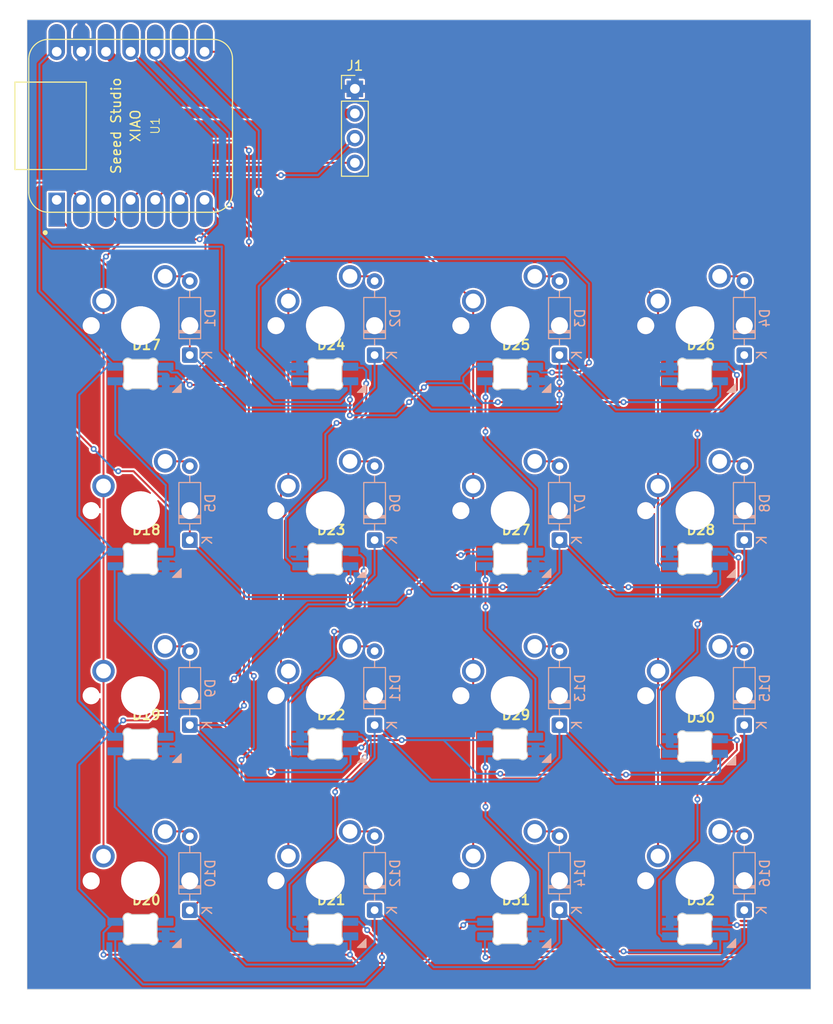
<source format=kicad_pcb>
(kicad_pcb (version 20241229) (generator "pcbnew") (generator_version "9.0")
  (layers (0 "F.Cu" signal) (2 "B.Cu" signal) (13 "F.Paste" user) (15 "B.Paste" user) (5 "F.SilkS" user "F.Silkscreen") (7 "B.SilkS" user "B.Silkscreen") (1 "F.Mask" user) (3 "B.Mask" user) (25 "Edge.Cuts" user))
  (net 0 "")
  (net 1 "Net-(D1-A)")
  (net 2 "/ROW1")
  (net 3 "Net-(D2-A)")
  (net 4 "Net-(D3-A)")
  (net 5 "Net-(D4-A)")
  (net 6 "/ROW2")
  (net 7 "Net-(D5-A)")
  (net 8 "Net-(D6-A)")
  (net 9 "Net-(D7-A)")
  (net 10 "Net-(D8-A)")
  (net 11 "/ROW3")
  (net 12 "Net-(D9-A)")
  (net 13 "/ROW4")
  (net 14 "Net-(D10-A)")
  (net 15 "Net-(D11-A)")
  (net 16 "Net-(D12-A)")
  (net 17 "Net-(D13-A)")
  (net 18 "Net-(D14-A)")
  (net 19 "Net-(D15-A)")
  (net 20 "Net-(D16-A)")
  (net 21 "GND")
  (net 22 "+5V")
  (net 23 "Net-(D17-DOUT)")
  (net 24 "/LED")
  (net 25 "Net-(D18-DOUT)")
  (net 26 "Net-(D19-DOUT)")
  (net 27 "Net-(D20-DOUT)")
  (net 28 "Net-(D21-DOUT)")
  (net 29 "Net-(D22-DOUT)")
  (net 30 "Net-(D23-DOUT)")
  (net 31 "Net-(D24-DOUT)")
  (net 32 "Net-(D25-DOUT)")
  (net 34 "Net-(D26-DIN)")
  (net 35 "Net-(D27-DOUT)")
  (net 36 "Net-(D28-DIN)")
  (net 37 "Net-(D29-DOUT)")
  (net 38 "Net-(D30-DIN)")
  (net 39 "Net-(D31-DOUT)")
  (net 40 "/SDA")
  (net 41 "/SCL")
  (net 42 "/3V3")
  (net 43 "/COL1")
  (net 44 "/COL2")
  (net 45 "/COL3")
  (net 46 "/COL4")
  (footprint "footprints:SK6812MINI-E_fixed" (layer "F.Cu") (at 84.836 77.47)
    (property "Reference" "D18")
    (property "Value" "SK6812MINI-E")
    (fp_line (start -1.699998 0.6) (end -1.699998 -0.805684) (stroke (width 0.1)) (layer "Edge.Cuts"))
    (fp_line (start -0.794451 -1.602841) (end 0.794454 -1.602841) (stroke (width 0.1)) (layer "Edge.Cuts"))
    (fp_line (start 0.794453 1.397158) (end -0.794451 1.397158) (stroke (width 0.1)) (layer "Edge.Cuts"))
    (fp_line (start 1.7 -0.805684) (end 1.7 0.6) (stroke (width 0.1)) (layer "Edge.Cuts"))
    (fp_arc (start -1.749483 -1.022562) (mid -1.712526 -0.91691) (end -1.699998 -0.805684) (stroke (width 0.1)) (layer "Edge.Cuts"))
    (fp_arc (start -1.749483 -1.022562) (mid -1.63807 -1.606877) (end -1.04671 -1.671141) (stroke (width 0.1)) (layer "Edge.Cuts"))
    (fp_arc (start -1.699998 0.600001) (mid -1.712526 0.711226) (end -1.749483 0.816878) (stroke (width 0.1)) (layer "Edge.Cuts"))
    (fp_arc (start -1.04671 1.465455) (mid -1.638069 1.401192) (end -1.749483 0.816878) (stroke (width 0.1)) (layer "Edge.Cuts"))
    (fp_arc (start -1.046709 1.465457) (mid -0.925121 1.414535) (end -0.794451 1.397158) (stroke (width 0.1)) (layer "Edge.Cuts"))
    (fp_arc (start -0.794452 -1.602842) (mid -0.925122 -1.620219) (end -1.04671 -1.671141) (stroke (width 0.1)) (layer "Edge.Cuts"))
    (fp_arc (start 0.794453 1.397158) (mid 0.925124 1.414535) (end 1.046712 1.465457) (stroke (width 0.1)) (layer "Edge.Cuts"))
    (fp_arc (start 1.046712 -1.67114) (mid 0.925124 -1.620218) (end 0.794454 -1.602841) (stroke (width 0.1)) (layer "Edge.Cuts"))
    (fp_arc (start 1.046712 -1.67114) (mid 1.638072 -1.606876) (end 1.749485 -1.022562) (stroke (width 0.1)) (layer "Edge.Cuts"))
    (fp_arc (start 1.7 -0.805685) (mid 1.712528 -0.91691) (end 1.749485 -1.022562) (stroke (width 0.1)) (layer "Edge.Cuts"))
    (fp_arc (start 1.749485 0.816877) (mid 1.638073 1.401193) (end 1.046712 1.465457) (stroke (width 0.1)) (layer "Edge.Cuts"))
    (fp_arc (start 1.749485 0.816878) (mid 1.712528 0.711226) (end 1.7 0.6) (stroke (width 0.1)) (layer "Edge.Cuts"))
  )
  (footprint "footprints:SK6812MINI-E_fixed" (layer "F.Cu") (at 103.886 115.57)
    (property "Reference" "D21")
    (property "Value" "SK6812MINI-E")
    (fp_line (start -1.699998 0.6) (end -1.699998 -0.805684) (stroke (width 0.1)) (layer "Edge.Cuts"))
    (fp_line (start -0.794451 -1.602841) (end 0.794454 -1.602841) (stroke (width 0.1)) (layer "Edge.Cuts"))
    (fp_line (start 0.794453 1.397158) (end -0.794451 1.397158) (stroke (width 0.1)) (layer "Edge.Cuts"))
    (fp_line (start 1.7 -0.805684) (end 1.7 0.6) (stroke (width 0.1)) (layer "Edge.Cuts"))
    (fp_arc (start -1.749483 -1.022562) (mid -1.712526 -0.91691) (end -1.699998 -0.805684) (stroke (width 0.1)) (layer "Edge.Cuts"))
    (fp_arc (start -1.749483 -1.022562) (mid -1.63807 -1.606877) (end -1.04671 -1.671141) (stroke (width 0.1)) (layer "Edge.Cuts"))
    (fp_arc (start -1.699998 0.600001) (mid -1.712526 0.711226) (end -1.749483 0.816878) (stroke (width 0.1)) (layer "Edge.Cuts"))
    (fp_arc (start -1.04671 1.465455) (mid -1.638069 1.401192) (end -1.749483 0.816878) (stroke (width 0.1)) (layer "Edge.Cuts"))
    (fp_arc (start -1.046709 1.465457) (mid -0.925121 1.414535) (end -0.794451 1.397158) (stroke (width 0.1)) (layer "Edge.Cuts"))
    (fp_arc (start -0.794452 -1.602842) (mid -0.925122 -1.620219) (end -1.04671 -1.671141) (stroke (width 0.1)) (layer "Edge.Cuts"))
    (fp_arc (start 0.794453 1.397158) (mid 0.925124 1.414535) (end 1.046712 1.465457) (stroke (width 0.1)) (layer "Edge.Cuts"))
    (fp_arc (start 1.046712 -1.67114) (mid 0.925124 -1.620218) (end 0.794454 -1.602841) (stroke (width 0.1)) (layer "Edge.Cuts"))
    (fp_arc (start 1.046712 -1.67114) (mid 1.638072 -1.606876) (end 1.749485 -1.022562) (stroke (width 0.1)) (layer "Edge.Cuts"))
    (fp_arc (start 1.7 -0.805685) (mid 1.712528 -0.91691) (end 1.749485 -1.022562) (stroke (width 0.1)) (layer "Edge.Cuts"))
    (fp_arc (start 1.749485 0.816877) (mid 1.638073 1.401193) (end 1.046712 1.465457) (stroke (width 0.1)) (layer "Edge.Cuts"))
    (fp_arc (start 1.749485 0.816878) (mid 1.712528 0.711226) (end 1.7 0.6) (stroke (width 0.1)) (layer "Edge.Cuts"))
  )
  (footprint "footprints:SW_MX_1u" (layer "F.Cu") (at 103.886 53.34)
    (property "Reference" "SW2" (hide yes))
    (property "Value" "SW_Push")
  )
  (footprint "footprints:SK6812MINI-E_fixed" (layer "F.Cu") (at 122.936 96.52)
    (property "Reference" "D29")
    (property "Value" "SK6812MINI-E")
    (fp_line (start -1.699998 0.6) (end -1.699998 -0.805684) (stroke (width 0.1)) (layer "Edge.Cuts"))
    (fp_line (start -0.794451 -1.602841) (end 0.794454 -1.602841) (stroke (width 0.1)) (layer "Edge.Cuts"))
    (fp_line (start 0.794453 1.397158) (end -0.794451 1.397158) (stroke (width 0.1)) (layer "Edge.Cuts"))
    (fp_line (start 1.7 -0.805684) (end 1.7 0.6) (stroke (width 0.1)) (layer "Edge.Cuts"))
    (fp_arc (start -1.749483 -1.022562) (mid -1.712526 -0.91691) (end -1.699998 -0.805684) (stroke (width 0.1)) (layer "Edge.Cuts"))
    (fp_arc (start -1.749483 -1.022562) (mid -1.63807 -1.606877) (end -1.04671 -1.671141) (stroke (width 0.1)) (layer "Edge.Cuts"))
    (fp_arc (start -1.699998 0.600001) (mid -1.712526 0.711226) (end -1.749483 0.816878) (stroke (width 0.1)) (layer "Edge.Cuts"))
    (fp_arc (start -1.04671 1.465455) (mid -1.638069 1.401192) (end -1.749483 0.816878) (stroke (width 0.1)) (layer "Edge.Cuts"))
    (fp_arc (start -1.046709 1.465457) (mid -0.925121 1.414535) (end -0.794451 1.397158) (stroke (width 0.1)) (layer "Edge.Cuts"))
    (fp_arc (start -0.794452 -1.602842) (mid -0.925122 -1.620219) (end -1.04671 -1.671141) (stroke (width 0.1)) (layer "Edge.Cuts"))
    (fp_arc (start 0.794453 1.397158) (mid 0.925124 1.414535) (end 1.046712 1.465457) (stroke (width 0.1)) (layer "Edge.Cuts"))
    (fp_arc (start 1.046712 -1.67114) (mid 0.925124 -1.620218) (end 0.794454 -1.602841) (stroke (width 0.1)) (layer "Edge.Cuts"))
    (fp_arc (start 1.046712 -1.67114) (mid 1.638072 -1.606876) (end 1.749485 -1.022562) (stroke (width 0.1)) (layer "Edge.Cuts"))
    (fp_arc (start 1.7 -0.805685) (mid 1.712528 -0.91691) (end 1.749485 -1.022562) (stroke (width 0.1)) (layer "Edge.Cuts"))
    (fp_arc (start 1.749485 0.816877) (mid 1.638073 1.401193) (end 1.046712 1.465457) (stroke (width 0.1)) (layer "Edge.Cuts"))
    (fp_arc (start 1.749485 0.816878) (mid 1.712528 0.711226) (end 1.7 0.6) (stroke (width 0.1)) (layer "Edge.Cuts"))
  )
  (footprint "footprints:SK6812MINI-E_fixed" (layer "F.Cu") (at 84.836 115.57)
    (property "Reference" "D20")
    (property "Value" "SK6812MINI-E")
    (fp_line (start -1.699998 0.6) (end -1.699998 -0.805684) (stroke (width 0.1)) (layer "Edge.Cuts"))
    (fp_line (start -0.794451 -1.602841) (end 0.794454 -1.602841) (stroke (width 0.1)) (layer "Edge.Cuts"))
    (fp_line (start 0.794453 1.397158) (end -0.794451 1.397158) (stroke (width 0.1)) (layer "Edge.Cuts"))
    (fp_line (start 1.7 -0.805684) (end 1.7 0.6) (stroke (width 0.1)) (layer "Edge.Cuts"))
    (fp_arc (start -1.749483 -1.022562) (mid -1.712526 -0.91691) (end -1.699998 -0.805684) (stroke (width 0.1)) (layer "Edge.Cuts"))
    (fp_arc (start -1.749483 -1.022562) (mid -1.63807 -1.606877) (end -1.04671 -1.671141) (stroke (width 0.1)) (layer "Edge.Cuts"))
    (fp_arc (start -1.699998 0.600001) (mid -1.712526 0.711226) (end -1.749483 0.816878) (stroke (width 0.1)) (layer "Edge.Cuts"))
    (fp_arc (start -1.04671 1.465455) (mid -1.638069 1.401192) (end -1.749483 0.816878) (stroke (width 0.1)) (layer "Edge.Cuts"))
    (fp_arc (start -1.046709 1.465457) (mid -0.925121 1.414535) (end -0.794451 1.397158) (stroke (width 0.1)) (layer "Edge.Cuts"))
    (fp_arc (start -0.794452 -1.602842) (mid -0.925122 -1.620219) (end -1.04671 -1.671141) (stroke (width 0.1)) (layer "Edge.Cuts"))
    (fp_arc (start 0.794453 1.397158) (mid 0.925124 1.414535) (end 1.046712 1.465457) (stroke (width 0.1)) (layer "Edge.Cuts"))
    (fp_arc (start 1.046712 -1.67114) (mid 0.925124 -1.620218) (end 0.794454 -1.602841) (stroke (width 0.1)) (layer "Edge.Cuts"))
    (fp_arc (start 1.046712 -1.67114) (mid 1.638072 -1.606876) (end 1.749485 -1.022562) (stroke (width 0.1)) (layer "Edge.Cuts"))
    (fp_arc (start 1.7 -0.805685) (mid 1.712528 -0.91691) (end 1.749485 -1.022562) (stroke (width 0.1)) (layer "Edge.Cuts"))
    (fp_arc (start 1.749485 0.816877) (mid 1.638073 1.401193) (end 1.046712 1.465457) (stroke (width 0.1)) (layer "Edge.Cuts"))
    (fp_arc (start 1.749485 0.816878) (mid 1.712528 0.711226) (end 1.7 0.6) (stroke (width 0.1)) (layer "Edge.Cuts"))
  )
  (footprint "footprints:SK6812MINI-E_fixed" (layer "F.Cu") (at 141.986 58.42)
    (property "Reference" "D26")
    (property "Value" "SK6812MINI-E")
    (fp_line (start -1.699998 0.6) (end -1.699998 -0.805684) (stroke (width 0.1)) (layer "Edge.Cuts"))
    (fp_line (start -0.794451 -1.602841) (end 0.794454 -1.602841) (stroke (width 0.1)) (layer "Edge.Cuts"))
    (fp_line (start 0.794453 1.397158) (end -0.794451 1.397158) (stroke (width 0.1)) (layer "Edge.Cuts"))
    (fp_line (start 1.7 -0.805684) (end 1.7 0.6) (stroke (width 0.1)) (layer "Edge.Cuts"))
    (fp_arc (start -1.749483 -1.022562) (mid -1.712526 -0.91691) (end -1.699998 -0.805684) (stroke (width 0.1)) (layer "Edge.Cuts"))
    (fp_arc (start -1.749483 -1.022562) (mid -1.63807 -1.606877) (end -1.04671 -1.671141) (stroke (width 0.1)) (layer "Edge.Cuts"))
    (fp_arc (start -1.699998 0.600001) (mid -1.712526 0.711226) (end -1.749483 0.816878) (stroke (width 0.1)) (layer "Edge.Cuts"))
    (fp_arc (start -1.04671 1.465455) (mid -1.638069 1.401192) (end -1.749483 0.816878) (stroke (width 0.1)) (layer "Edge.Cuts"))
    (fp_arc (start -1.046709 1.465457) (mid -0.925121 1.414535) (end -0.794451 1.397158) (stroke (width 0.1)) (layer "Edge.Cuts"))
    (fp_arc (start -0.794452 -1.602842) (mid -0.925122 -1.620219) (end -1.04671 -1.671141) (stroke (width 0.1)) (layer "Edge.Cuts"))
    (fp_arc (start 0.794453 1.397158) (mid 0.925124 1.414535) (end 1.046712 1.465457) (stroke (width 0.1)) (layer "Edge.Cuts"))
    (fp_arc (start 1.046712 -1.67114) (mid 0.925124 -1.620218) (end 0.794454 -1.602841) (stroke (width 0.1)) (layer "Edge.Cuts"))
    (fp_arc (start 1.046712 -1.67114) (mid 1.638072 -1.606876) (end 1.749485 -1.022562) (stroke (width 0.1)) (layer "Edge.Cuts"))
    (fp_arc (start 1.7 -0.805685) (mid 1.712528 -0.91691) (end 1.749485 -1.022562) (stroke (width 0.1)) (layer "Edge.Cuts"))
    (fp_arc (start 1.749485 0.816877) (mid 1.638073 1.401193) (end 1.046712 1.465457) (stroke (width 0.1)) (layer "Edge.Cuts"))
    (fp_arc (start 1.749485 0.816878) (mid 1.712528 0.711226) (end 1.7 0.6) (stroke (width 0.1)) (layer "Edge.Cuts"))
  )
  (footprint "footprints:SK6812MINI-E_fixed" (layer "F.Cu") (at 84.836 96.52)
    (property "Reference" "D19")
    (property "Value" "SK6812MINI-E")
    (fp_line (start -1.699998 0.6) (end -1.699998 -0.805684) (stroke (width 0.1)) (layer "Edge.Cuts"))
    (fp_line (start -0.794451 -1.602841) (end 0.794454 -1.602841) (stroke (width 0.1)) (layer "Edge.Cuts"))
    (fp_line (start 0.794453 1.397158) (end -0.794451 1.397158) (stroke (width 0.1)) (layer "Edge.Cuts"))
    (fp_line (start 1.7 -0.805684) (end 1.7 0.6) (stroke (width 0.1)) (layer "Edge.Cuts"))
    (fp_arc (start -1.749483 -1.022562) (mid -1.712526 -0.91691) (end -1.699998 -0.805684) (stroke (width 0.1)) (layer "Edge.Cuts"))
    (fp_arc (start -1.749483 -1.022562) (mid -1.63807 -1.606877) (end -1.04671 -1.671141) (stroke (width 0.1)) (layer "Edge.Cuts"))
    (fp_arc (start -1.699998 0.600001) (mid -1.712526 0.711226) (end -1.749483 0.816878) (stroke (width 0.1)) (layer "Edge.Cuts"))
    (fp_arc (start -1.04671 1.465455) (mid -1.638069 1.401192) (end -1.749483 0.816878) (stroke (width 0.1)) (layer "Edge.Cuts"))
    (fp_arc (start -1.046709 1.465457) (mid -0.925121 1.414535) (end -0.794451 1.397158) (stroke (width 0.1)) (layer "Edge.Cuts"))
    (fp_arc (start -0.794452 -1.602842) (mid -0.925122 -1.620219) (end -1.04671 -1.671141) (stroke (width 0.1)) (layer "Edge.Cuts"))
    (fp_arc (start 0.794453 1.397158) (mid 0.925124 1.414535) (end 1.046712 1.465457) (stroke (width 0.1)) (layer "Edge.Cuts"))
    (fp_arc (start 1.046712 -1.67114) (mid 0.925124 -1.620218) (end 0.794454 -1.602841) (stroke (width 0.1)) (layer "Edge.Cuts"))
    (fp_arc (start 1.046712 -1.67114) (mid 1.638072 -1.606876) (end 1.749485 -1.022562) (stroke (width 0.1)) (layer "Edge.Cuts"))
    (fp_arc (start 1.7 -0.805685) (mid 1.712528 -0.91691) (end 1.749485 -1.022562) (stroke (width 0.1)) (layer "Edge.Cuts"))
    (fp_arc (start 1.749485 0.816877) (mid 1.638073 1.401193) (end 1.046712 1.465457) (stroke (width 0.1)) (layer "Edge.Cuts"))
    (fp_arc (start 1.749485 0.816878) (mid 1.712528 0.711226) (end 1.7 0.6) (stroke (width 0.1)) (layer "Edge.Cuts"))
  )
  (footprint "footprints:XIAO-Generic-Hybrid-14P-2.54-21X17.8MM" (layer "F.Cu") (at 83.82 32.766 90)
    (property "Reference" "U1")
    (property "Value" "XIAO-RP2040-DIP" (hide yes))
  )
  (footprint "footprints:SW_MX_1u" (layer "F.Cu") (at 84.836 53.34)
    (property "Reference" "SW1" (hide yes))
    (property "Value" "SW_Push")
  )
  (footprint "footprints:SW_MX_1u" (layer "F.Cu") (at 122.936 91.44)
    (property "Reference" "SW13" (hide yes))
    (property "Value" "SW_Push")
  )
  (footprint "footprints:SW_MX_1u" (layer "F.Cu") (at 103.886 91.44)
    (property "Reference" "SW11" (hide yes))
    (property "Value" "SW_Push")
  )
  (footprint "footprints:SW_MX_1u" (layer "F.Cu") (at 141.986 53.34)
    (property "Reference" "SW4" (hide yes))
    (property "Value" "SW_Push")
  )
  (footprint "footprints:SW_MX_1u" (layer "F.Cu") (at 84.836 110.508)
    (property "Reference" "SW10" (hide yes))
    (property "Value" "SW_Push")
  )
  (footprint "footprints:SW_MX_1u" (layer "F.Cu") (at 122.936 53.34)
    (property "Reference" "SW3" (hide yes))
    (property "Value" "SW_Push")
  )
  (footprint "footprints:SW_MX_1u" (layer "F.Cu") (at 141.986 110.49)
    (property "Reference" "SW16" (hide yes))
    (property "Value" "SW_Push")
  )
  (footprint "footprints:SK6812MINI-E_fixed" (layer "F.Cu") (at 122.936 58.42)
    (property "Reference" "D25")
    (property "Value" "SK6812MINI-E")
    (fp_line (start -1.699998 0.6) (end -1.699998 -0.805684) (stroke (width 0.1)) (layer "Edge.Cuts"))
    (fp_line (start -0.794451 -1.602841) (end 0.794454 -1.602841) (stroke (width 0.1)) (layer "Edge.Cuts"))
    (fp_line (start 0.794453 1.397158) (end -0.794451 1.397158) (stroke (width 0.1)) (layer "Edge.Cuts"))
    (fp_line (start 1.7 -0.805684) (end 1.7 0.6) (stroke (width 0.1)) (layer "Edge.Cuts"))
    (fp_arc (start -1.749483 -1.022562) (mid -1.712526 -0.91691) (end -1.699998 -0.805684) (stroke (width 0.1)) (layer "Edge.Cuts"))
    (fp_arc (start -1.749483 -1.022562) (mid -1.63807 -1.606877) (end -1.04671 -1.671141) (stroke (width 0.1)) (layer "Edge.Cuts"))
    (fp_arc (start -1.699998 0.600001) (mid -1.712526 0.711226) (end -1.749483 0.816878) (stroke (width 0.1)) (layer "Edge.Cuts"))
    (fp_arc (start -1.04671 1.465455) (mid -1.638069 1.401192) (end -1.749483 0.816878) (stroke (width 0.1)) (layer "Edge.Cuts"))
    (fp_arc (start -1.046709 1.465457) (mid -0.925121 1.414535) (end -0.794451 1.397158) (stroke (width 0.1)) (layer "Edge.Cuts"))
    (fp_arc (start -0.794452 -1.602842) (mid -0.925122 -1.620219) (end -1.04671 -1.671141) (stroke (width 0.1)) (layer "Edge.Cuts"))
    (fp_arc (start 0.794453 1.397158) (mid 0.925124 1.414535) (end 1.046712 1.465457) (stroke (width 0.1)) (layer "Edge.Cuts"))
    (fp_arc (start 1.046712 -1.67114) (mid 0.925124 -1.620218) (end 0.794454 -1.602841) (stroke (width 0.1)) (layer "Edge.Cuts"))
    (fp_arc (start 1.046712 -1.67114) (mid 1.638072 -1.606876) (end 1.749485 -1.022562) (stroke (width 0.1)) (layer "Edge.Cuts"))
    (fp_arc (start 1.7 -0.805685) (mid 1.712528 -0.91691) (end 1.749485 -1.022562) (stroke (width 0.1)) (layer "Edge.Cuts"))
    (fp_arc (start 1.749485 0.816877) (mid 1.638073 1.401193) (end 1.046712 1.465457) (stroke (width 0.1)) (layer "Edge.Cuts"))
    (fp_arc (start 1.749485 0.816878) (mid 1.712528 0.711226) (end 1.7 0.6) (stroke (width 0.1)) (layer "Edge.Cuts"))
  )
  (footprint "footprints:SK6812MINI-E_fixed" (layer "F.Cu") (at 103.886 96.52)
    (property "Reference" "D22")
    (property "Value" "SK6812MINI-E")
    (fp_line (start -1.699998 0.6) (end -1.699998 -0.805684) (stroke (width 0.1)) (layer "Edge.Cuts"))
    (fp_line (start -0.794451 -1.602841) (end 0.794454 -1.602841) (stroke (width 0.1)) (layer "Edge.Cuts"))
    (fp_line (start 0.794453 1.397158) (end -0.794451 1.397158) (stroke (width 0.1)) (layer "Edge.Cuts"))
    (fp_line (start 1.7 -0.805684) (end 1.7 0.6) (stroke (width 0.1)) (layer "Edge.Cuts"))
    (fp_arc (start -1.749483 -1.022562) (mid -1.712526 -0.91691) (end -1.699998 -0.805684) (stroke (width 0.1)) (layer "Edge.Cuts"))
    (fp_arc (start -1.749483 -1.022562) (mid -1.63807 -1.606877) (end -1.04671 -1.671141) (stroke (width 0.1)) (layer "Edge.Cuts"))
    (fp_arc (start -1.699998 0.600001) (mid -1.712526 0.711226) (end -1.749483 0.816878) (stroke (width 0.1)) (layer "Edge.Cuts"))
    (fp_arc (start -1.04671 1.465455) (mid -1.638069 1.401192) (end -1.749483 0.816878) (stroke (width 0.1)) (layer "Edge.Cuts"))
    (fp_arc (start -1.046709 1.465457) (mid -0.925121 1.414535) (end -0.794451 1.397158) (stroke (width 0.1)) (layer "Edge.Cuts"))
    (fp_arc (start -0.794452 -1.602842) (mid -0.925122 -1.620219) (end -1.04671 -1.671141) (stroke (width 0.1)) (layer "Edge.Cuts"))
    (fp_arc (start 0.794453 1.397158) (mid 0.925124 1.414535) (end 1.046712 1.465457) (stroke (width 0.1)) (layer "Edge.Cuts"))
    (fp_arc (start 1.046712 -1.67114) (mid 0.925124 -1.620218) (end 0.794454 -1.602841) (stroke (width 0.1)) (layer "Edge.Cuts"))
    (fp_arc (start 1.046712 -1.67114) (mid 1.638072 -1.606876) (end 1.749485 -1.022562) (stroke (width 0.1)) (layer "Edge.Cuts"))
    (fp_arc (start 1.7 -0.805685) (mid 1.712528 -0.91691) (end 1.749485 -1.022562) (stroke (width 0.1)) (layer "Edge.Cuts"))
    (fp_arc (start 1.749485 0.816877) (mid 1.638073 1.401193) (end 1.046712 1.465457) (stroke (width 0.1)) (layer "Edge.Cuts"))
    (fp_arc (start 1.749485 0.816878) (mid 1.712528 0.711226) (end 1.7 0.6) (stroke (width 0.1)) (layer "Edge.Cuts"))
  )
  (footprint "footprints:SK6812MINI-E_fixed" (layer "F.Cu") (at 84.836 58.42)
    (property "Reference" "D17")
    (property "Value" "SK6812MINI-E")
    (fp_line (start -1.699998 0.6) (end -1.699998 -0.805684) (stroke (width 0.1)) (layer "Edge.Cuts"))
    (fp_line (start -0.794451 -1.602841) (end 0.794454 -1.602841) (stroke (width 0.1)) (layer "Edge.Cuts"))
    (fp_line (start 0.794453 1.397158) (end -0.794451 1.397158) (stroke (width 0.1)) (layer "Edge.Cuts"))
    (fp_line (start 1.7 -0.805684) (end 1.7 0.6) (stroke (width 0.1)) (layer "Edge.Cuts"))
    (fp_arc (start -1.749483 -1.022562) (mid -1.712526 -0.91691) (end -1.699998 -0.805684) (stroke (width 0.1)) (layer "Edge.Cuts"))
    (fp_arc (start -1.749483 -1.022562) (mid -1.63807 -1.606877) (end -1.04671 -1.671141) (stroke (width 0.1)) (layer "Edge.Cuts"))
    (fp_arc (start -1.699998 0.600001) (mid -1.712526 0.711226) (end -1.749483 0.816878) (stroke (width 0.1)) (layer "Edge.Cuts"))
    (fp_arc (start -1.04671 1.465455) (mid -1.638069 1.401192) (end -1.749483 0.816878) (stroke (width 0.1)) (layer "Edge.Cuts"))
    (fp_arc (start -1.046709 1.465457) (mid -0.925121 1.414535) (end -0.794451 1.397158) (stroke (width 0.1)) (layer "Edge.Cuts"))
    (fp_arc (start -0.794452 -1.602842) (mid -0.925122 -1.620219) (end -1.04671 -1.671141) (stroke (width 0.1)) (layer "Edge.Cuts"))
    (fp_arc (start 0.794453 1.397158) (mid 0.925124 1.414535) (end 1.046712 1.465457) (stroke (width 0.1)) (layer "Edge.Cuts"))
    (fp_arc (start 1.046712 -1.67114) (mid 0.925124 -1.620218) (end 0.794454 -1.602841) (stroke (width 0.1)) (layer "Edge.Cuts"))
    (fp_arc (start 1.046712 -1.67114) (mid 1.638072 -1.606876) (end 1.749485 -1.022562) (stroke (width 0.1)) (layer "Edge.Cuts"))
    (fp_arc (start 1.7 -0.805685) (mid 1.712528 -0.91691) (end 1.749485 -1.022562) (stroke (width 0.1)) (layer "Edge.Cuts"))
    (fp_arc (start 1.749485 0.816877) (mid 1.638073 1.401193) (end 1.046712 1.465457) (stroke (width 0.1)) (layer "Edge.Cuts"))
    (fp_arc (start 1.749485 0.816878) (mid 1.712528 0.711226) (end 1.7 0.6) (stroke (width 0.1)) (layer "Edge.Cuts"))
  )
  (footprint "Connector_PinHeader_2.54mm:PinHeader_1x04_P2.54mm_Vertical" (layer "F.Cu") (at 106.934 28.956)
    (property "Reference" "J1")
    (property "Value" "Conn_01x04")
  )
  (footprint "footprints:SW_MX_1u" (layer "F.Cu") (at 103.886 110.49)
    (property "Reference" "SW12" (hide yes))
    (property "Value" "SW_Push")
  )
  (footprint "footprints:SW_MX_1u" (layer "F.Cu") (at 141.986 91.44)
    (property "Reference" "SW15" (hide yes))
    (property "Value" "SW_Push")
  )
  (footprint "footprints:SK6812MINI-E_fixed" (layer "F.Cu") (at 141.986 96.774)
    (property "Reference" "D30")
    (property "Value" "SK6812MINI-E")
    (fp_line (start -1.699998 0.6) (end -1.699998 -0.805684) (stroke (width 0.1)) (layer "Edge.Cuts"))
    (fp_line (start -0.794451 -1.602841) (end 0.794454 -1.602841) (stroke (width 0.1)) (layer "Edge.Cuts"))
    (fp_line (start 0.794453 1.397158) (end -0.794451 1.397158) (stroke (width 0.1)) (layer "Edge.Cuts"))
    (fp_line (start 1.7 -0.805684) (end 1.7 0.6) (stroke (width 0.1)) (layer "Edge.Cuts"))
    (fp_arc (start -1.749483 -1.022562) (mid -1.712526 -0.91691) (end -1.699998 -0.805684) (stroke (width 0.1)) (layer "Edge.Cuts"))
    (fp_arc (start -1.749483 -1.022562) (mid -1.63807 -1.606877) (end -1.04671 -1.671141) (stroke (width 0.1)) (layer "Edge.Cuts"))
    (fp_arc (start -1.699998 0.600001) (mid -1.712526 0.711226) (end -1.749483 0.816878) (stroke (width 0.1)) (layer "Edge.Cuts"))
    (fp_arc (start -1.04671 1.465455) (mid -1.638069 1.401192) (end -1.749483 0.816878) (stroke (width 0.1)) (layer "Edge.Cuts"))
    (fp_arc (start -1.046709 1.465457) (mid -0.925121 1.414535) (end -0.794451 1.397158) (stroke (width 0.1)) (layer "Edge.Cuts"))
    (fp_arc (start -0.794452 -1.602842) (mid -0.925122 -1.620219) (end -1.04671 -1.671141) (stroke (width 0.1)) (layer "Edge.Cuts"))
    (fp_arc (start 0.794453 1.397158) (mid 0.925124 1.414535) (end 1.046712 1.465457) (stroke (width 0.1)) (layer "Edge.Cuts"))
    (fp_arc (start 1.046712 -1.67114) (mid 0.925124 -1.620218) (end 0.794454 -1.602841) (stroke (width 0.1)) (layer "Edge.Cuts"))
    (fp_arc (start 1.046712 -1.67114) (mid 1.638072 -1.606876) (end 1.749485 -1.022562) (stroke (width 0.1)) (layer "Edge.Cuts"))
    (fp_arc (start 1.7 -0.805685) (mid 1.712528 -0.91691) (end 1.749485 -1.022562) (stroke (width 0.1)) (layer "Edge.Cuts"))
    (fp_arc (start 1.749485 0.816877) (mid 1.638073 1.401193) (end 1.046712 1.465457) (stroke (width 0.1)) (layer "Edge.Cuts"))
    (fp_arc (start 1.749485 0.816878) (mid 1.712528 0.711226) (end 1.7 0.6) (stroke (width 0.1)) (layer "Edge.Cuts"))
  )
  (footprint "footprints:SW_MX_1u" (layer "F.Cu") (at 84.836 91.44)
    (property "Reference" "SW9" (hide yes))
    (property "Value" "SW_Push")
  )
  (footprint "footprints:SW_MX_1u" (layer "F.Cu") (at 122.936 110.49)
    (property "Reference" "SW14" (hide yes))
    (property "Value" "SW_Push")
  )
  (footprint "footprints:SW_MX_1u" (layer "F.Cu") (at 84.836 72.39)
    (property "Reference" "SW5" (hide yes))
    (property "Value" "SW_Push")
  )
  (footprint "footprints:SK6812MINI-E_fixed" (layer "F.Cu") (at 122.936 115.57)
    (property "Reference" "D31")
    (property "Value" "SK6812MINI-E")
    (fp_line (start -1.699998 0.6) (end -1.699998 -0.805684) (stroke (width 0.1)) (layer "Edge.Cuts"))
    (fp_line (start -0.794451 -1.602841) (end 0.794454 -1.602841) (stroke (width 0.1)) (layer "Edge.Cuts"))
    (fp_line (start 0.794453 1.397158) (end -0.794451 1.397158) (stroke (width 0.1)) (layer "Edge.Cuts"))
    (fp_line (start 1.7 -0.805684) (end 1.7 0.6) (stroke (width 0.1)) (layer "Edge.Cuts"))
    (fp_arc (start -1.749483 -1.022562) (mid -1.712526 -0.91691) (end -1.699998 -0.805684) (stroke (width 0.1)) (layer "Edge.Cuts"))
    (fp_arc (start -1.749483 -1.022562) (mid -1.63807 -1.606877) (end -1.04671 -1.671141) (stroke (width 0.1)) (layer "Edge.Cuts"))
    (fp_arc (start -1.699998 0.600001) (mid -1.712526 0.711226) (end -1.749483 0.816878) (stroke (width 0.1)) (layer "Edge.Cuts"))
    (fp_arc (start -1.04671 1.465455) (mid -1.638069 1.401192) (end -1.749483 0.816878) (stroke (width 0.1)) (layer "Edge.Cuts"))
    (fp_arc (start -1.046709 1.465457) (mid -0.925121 1.414535) (end -0.794451 1.397158) (stroke (width 0.1)) (layer "Edge.Cuts"))
    (fp_arc (start -0.794452 -1.602842) (mid -0.925122 -1.620219) (end -1.04671 -1.671141) (stroke (width 0.1)) (layer "Edge.Cuts"))
    (fp_arc (start 0.794453 1.397158) (mid 0.925124 1.414535) (end 1.046712 1.465457) (stroke (width 0.1)) (layer "Edge.Cuts"))
    (fp_arc (start 1.046712 -1.67114) (mid 0.925124 -1.620218) (end 0.794454 -1.602841) (stroke (width 0.1)) (layer "Edge.Cuts"))
    (fp_arc (start 1.046712 -1.67114) (mid 1.638072 -1.606876) (end 1.749485 -1.022562) (stroke (width 0.1)) (layer "Edge.Cuts"))
    (fp_arc (start 1.7 -0.805685) (mid 1.712528 -0.91691) (end 1.749485 -1.022562) (stroke (width 0.1)) (layer "Edge.Cuts"))
    (fp_arc (start 1.749485 0.816877) (mid 1.638073 1.401193) (end 1.046712 1.465457) (stroke (width 0.1)) (layer "Edge.Cuts"))
    (fp_arc (start 1.749485 0.816878) (mid 1.712528 0.711226) (end 1.7 0.6) (stroke (width 0.1)) (layer "Edge.Cuts"))
  )
  (footprint "footprints:SW_MX_1u" (layer "F.Cu") (at 103.886 72.39)
    (property "Reference" "SW6" (hide yes))
    (property "Value" "SW_Push")
  )
  (footprint "footprints:SW_MX_1u" (layer "F.Cu") (at 141.986 72.39)
    (property "Reference" "SW8" (hide yes))
    (property "Value" "SW_Push")
  )
  (footprint "footprints:SW_MX_1u" (layer "F.Cu") (at 122.936 72.39)
    (property "Reference" "SW7" (hide yes))
    (property "Value" "SW_Push")
  )
  (footprint "footprints:SK6812MINI-E_fixed" (layer "F.Cu") (at 103.886 58.42)
    (property "Reference" "D24")
    (property "Value" "SK6812MINI-E")
    (fp_line (start -1.699998 0.6) (end -1.699998 -0.805684) (stroke (width 0.1)) (layer "Edge.Cuts"))
    (fp_line (start -0.794451 -1.602841) (end 0.794454 -1.602841) (stroke (width 0.1)) (layer "Edge.Cuts"))
    (fp_line (start 0.794453 1.397158) (end -0.794451 1.397158) (stroke (width 0.1)) (layer "Edge.Cuts"))
    (fp_line (start 1.7 -0.805684) (end 1.7 0.6) (stroke (width 0.1)) (layer "Edge.Cuts"))
    (fp_arc (start -1.749483 -1.022562) (mid -1.712526 -0.91691) (end -1.699998 -0.805684) (stroke (width 0.1)) (layer "Edge.Cuts"))
    (fp_arc (start -1.749483 -1.022562) (mid -1.63807 -1.606877) (end -1.04671 -1.671141) (stroke (width 0.1)) (layer "Edge.Cuts"))
    (fp_arc (start -1.699998 0.600001) (mid -1.712526 0.711226) (end -1.749483 0.816878) (stroke (width 0.1)) (layer "Edge.Cuts"))
    (fp_arc (start -1.04671 1.465455) (mid -1.638069 1.401192) (end -1.749483 0.816878) (stroke (width 0.1)) (layer "Edge.Cuts"))
    (fp_arc (start -1.046709 1.465457) (mid -0.925121 1.414535) (end -0.794451 1.397158) (stroke (width 0.1)) (layer "Edge.Cuts"))
    (fp_arc (start -0.794452 -1.602842) (mid -0.925122 -1.620219) (end -1.04671 -1.671141) (stroke (width 0.1)) (layer "Edge.Cuts"))
    (fp_arc (start 0.794453 1.397158) (mid 0.925124 1.414535) (end 1.046712 1.465457) (stroke (width 0.1)) (layer "Edge.Cuts"))
    (fp_arc (start 1.046712 -1.67114) (mid 0.925124 -1.620218) (end 0.794454 -1.602841) (stroke (width 0.1)) (layer "Edge.Cuts"))
    (fp_arc (start 1.046712 -1.67114) (mid 1.638072 -1.606876) (end 1.749485 -1.022562) (stroke (width 0.1)) (layer "Edge.Cuts"))
    (fp_arc (start 1.7 -0.805685) (mid 1.712528 -0.91691) (end 1.749485 -1.022562) (stroke (width 0.1)) (layer "Edge.Cuts"))
    (fp_arc (start 1.749485 0.816877) (mid 1.638073 1.401193) (end 1.046712 1.465457) (stroke (width 0.1)) (layer "Edge.Cuts"))
    (fp_arc (start 1.749485 0.816878) (mid 1.712528 0.711226) (end 1.7 0.6) (stroke (width 0.1)) (layer "Edge.Cuts"))
  )
  (footprint "footprints:SK6812MINI-E_fixed" (layer "F.Cu") (at 122.936 77.47)
    (property "Reference" "D27")
    (property "Value" "SK6812MINI-E")
    (fp_line (start -1.699998 0.6) (end -1.699998 -0.805684) (stroke (width 0.1)) (layer "Edge.Cuts"))
    (fp_line (start -0.794451 -1.602841) (end 0.794454 -1.602841) (stroke (width 0.1)) (layer "Edge.Cuts"))
    (fp_line (start 0.794453 1.397158) (end -0.794451 1.397158) (stroke (width 0.1)) (layer "Edge.Cuts"))
    (fp_line (start 1.7 -0.805684) (end 1.7 0.6) (stroke (width 0.1)) (layer "Edge.Cuts"))
    (fp_arc (start -1.749483 -1.022562) (mid -1.712526 -0.91691) (end -1.699998 -0.805684) (stroke (width 0.1)) (layer "Edge.Cuts"))
    (fp_arc (start -1.749483 -1.022562) (mid -1.63807 -1.606877) (end -1.04671 -1.671141) (stroke (width 0.1)) (layer "Edge.Cuts"))
    (fp_arc (start -1.699998 0.600001) (mid -1.712526 0.711226) (end -1.749483 0.816878) (stroke (width 0.1)) (layer "Edge.Cuts"))
    (fp_arc (start -1.04671 1.465455) (mid -1.638069 1.401192) (end -1.749483 0.816878) (stroke (width 0.1)) (layer "Edge.Cuts"))
    (fp_arc (start -1.046709 1.465457) (mid -0.925121 1.414535) (end -0.794451 1.397158) (stroke (width 0.1)) (layer "Edge.Cuts"))
    (fp_arc (start -0.794452 -1.602842) (mid -0.925122 -1.620219) (end -1.04671 -1.671141) (stroke (width 0.1)) (layer "Edge.Cuts"))
    (fp_arc (start 0.794453 1.397158) (mid 0.925124 1.414535) (end 1.046712 1.465457) (stroke (width 0.1)) (layer "Edge.Cuts"))
    (fp_arc (start 1.046712 -1.67114) (mid 0.925124 -1.620218) (end 0.794454 -1.602841) (stroke (width 0.1)) (layer "Edge.Cuts"))
    (fp_arc (start 1.046712 -1.67114) (mid 1.638072 -1.606876) (end 1.749485 -1.022562) (stroke (width 0.1)) (layer "Edge.Cuts"))
    (fp_arc (start 1.7 -0.805685) (mid 1.712528 -0.91691) (end 1.749485 -1.022562) (stroke (width 0.1)) (layer "Edge.Cuts"))
    (fp_arc (start 1.749485 0.816877) (mid 1.638073 1.401193) (end 1.046712 1.465457) (stroke (width 0.1)) (layer "Edge.Cuts"))
    (fp_arc (start 1.749485 0.816878) (mid 1.712528 0.711226) (end 1.7 0.6) (stroke (width 0.1)) (layer "Edge.Cuts"))
  )
  (footprint "footprints:SK6812MINI-E_fixed" (layer "F.Cu") (at 141.986 77.47)
    (property "Reference" "D28")
    (property "Value" "SK6812MINI-E")
    (fp_line (start -1.699998 0.6) (end -1.699998 -0.805684) (stroke (width 0.1)) (layer "Edge.Cuts"))
    (fp_line (start -0.794451 -1.602841) (end 0.794454 -1.602841) (stroke (width 0.1)) (layer "Edge.Cuts"))
    (fp_line (start 0.794453 1.397158) (end -0.794451 1.397158) (stroke (width 0.1)) (layer "Edge.Cuts"))
    (fp_line (start 1.7 -0.805684) (end 1.7 0.6) (stroke (width 0.1)) (layer "Edge.Cuts"))
    (fp_arc (start -1.749483 -1.022562) (mid -1.712526 -0.91691) (end -1.699998 -0.805684) (stroke (width 0.1)) (layer "Edge.Cuts"))
    (fp_arc (start -1.749483 -1.022562) (mid -1.63807 -1.606877) (end -1.04671 -1.671141) (stroke (width 0.1)) (layer "Edge.Cuts"))
    (fp_arc (start -1.699998 0.600001) (mid -1.712526 0.711226) (end -1.749483 0.816878) (stroke (width 0.1)) (layer "Edge.Cuts"))
    (fp_arc (start -1.04671 1.465455) (mid -1.638069 1.401192) (end -1.749483 0.816878) (stroke (width 0.1)) (layer "Edge.Cuts"))
    (fp_arc (start -1.046709 1.465457) (mid -0.925121 1.414535) (end -0.794451 1.397158) (stroke (width 0.1)) (layer "Edge.Cuts"))
    (fp_arc (start -0.794452 -1.602842) (mid -0.925122 -1.620219) (end -1.04671 -1.671141) (stroke (width 0.1)) (layer "Edge.Cuts"))
    (fp_arc (start 0.794453 1.397158) (mid 0.925124 1.414535) (end 1.046712 1.465457) (stroke (width 0.1)) (layer "Edge.Cuts"))
    (fp_arc (start 1.046712 -1.67114) (mid 0.925124 -1.620218) (end 0.794454 -1.602841) (stroke (width 0.1)) (layer "Edge.Cuts"))
    (fp_arc (start 1.046712 -1.67114) (mid 1.638072 -1.606876) (end 1.749485 -1.022562) (stroke (width 0.1)) (layer "Edge.Cuts"))
    (fp_arc (start 1.7 -0.805685) (mid 1.712528 -0.91691) (end 1.749485 -1.022562) (stroke (width 0.1)) (layer "Edge.Cuts"))
    (fp_arc (start 1.749485 0.816877) (mid 1.638073 1.401193) (end 1.046712 1.465457) (stroke (width 0.1)) (layer "Edge.Cuts"))
    (fp_arc (start 1.749485 0.816878) (mid 1.712528 0.711226) (end 1.7 0.6) (stroke (width 0.1)) (layer "Edge.Cuts"))
  )
  (footprint "footprints:SK6812MINI-E_fixed" (layer "F.Cu") (at 103.886 77.47)
    (property "Reference" "D23")
    (property "Value" "SK6812MINI-E")
    (fp_line (start -1.699998 0.6) (end -1.699998 -0.805684) (stroke (width 0.1)) (layer "Edge.Cuts"))
    (fp_line (start -0.794451 -1.602841) (end 0.794454 -1.602841) (stroke (width 0.1)) (layer "Edge.Cuts"))
    (fp_line (start 0.794453 1.397158) (end -0.794451 1.397158) (stroke (width 0.1)) (layer "Edge.Cuts"))
    (fp_line (start 1.7 -0.805684) (end 1.7 0.6) (stroke (width 0.1)) (layer "Edge.Cuts"))
    (fp_arc (start -1.749483 -1.022562) (mid -1.712526 -0.91691) (end -1.699998 -0.805684) (stroke (width 0.1)) (layer "Edge.Cuts"))
    (fp_arc (start -1.749483 -1.022562) (mid -1.63807 -1.606877) (end -1.04671 -1.671141) (stroke (width 0.1)) (layer "Edge.Cuts"))
    (fp_arc (start -1.699998 0.600001) (mid -1.712526 0.711226) (end -1.749483 0.816878) (stroke (width 0.1)) (layer "Edge.Cuts"))
    (fp_arc (start -1.04671 1.465455) (mid -1.638069 1.401192) (end -1.749483 0.816878) (stroke (width 0.1)) (layer "Edge.Cuts"))
    (fp_arc (start -1.046709 1.465457) (mid -0.925121 1.414535) (end -0.794451 1.397158) (stroke (width 0.1)) (layer "Edge.Cuts"))
    (fp_arc (start -0.794452 -1.602842) (mid -0.925122 -1.620219) (end -1.04671 -1.671141) (stroke (width 0.1)) (layer "Edge.Cuts"))
    (fp_arc (start 0.794453 1.397158) (mid 0.925124 1.414535) (end 1.046712 1.465457) (stroke (width 0.1)) (layer "Edge.Cuts"))
    (fp_arc (start 1.046712 -1.67114) (mid 0.925124 -1.620218) (end 0.794454 -1.602841) (stroke (width 0.1)) (layer "Edge.Cuts"))
    (fp_arc (start 1.046712 -1.67114) (mid 1.638072 -1.606876) (end 1.749485 -1.022562) (stroke (width 0.1)) (layer "Edge.Cuts"))
    (fp_arc (start 1.7 -0.805685) (mid 1.712528 -0.91691) (end 1.749485 -1.022562) (stroke (width 0.1)) (layer "Edge.Cuts"))
    (fp_arc (start 1.749485 0.816877) (mid 1.638073 1.401193) (end 1.046712 1.465457) (stroke (width 0.1)) (layer "Edge.Cuts"))
    (fp_arc (start 1.749485 0.816878) (mid 1.712528 0.711226) (end 1.7 0.6) (stroke (width 0.1)) (layer "Edge.Cuts"))
  )
  (footprint "footprints:SK6812MINI-E_fixed" (layer "F.Cu") (at 141.986 115.57)
    (property "Reference" "D32")
    (property "Value" "SK6812MINI-E")
    (fp_line (start -1.699998 0.6) (end -1.699998 -0.805684) (stroke (width 0.1)) (layer "Edge.Cuts"))
    (fp_line (start -0.794451 -1.602841) (end 0.794454 -1.602841) (stroke (width 0.1)) (layer "Edge.Cuts"))
    (fp_line (start 0.794453 1.397158) (end -0.794451 1.397158) (stroke (width 0.1)) (layer "Edge.Cuts"))
    (fp_line (start 1.7 -0.805684) (end 1.7 0.6) (stroke (width 0.1)) (layer "Edge.Cuts"))
    (fp_arc (start -1.749483 -1.022562) (mid -1.712526 -0.91691) (end -1.699998 -0.805684) (stroke (width 0.1)) (layer "Edge.Cuts"))
    (fp_arc (start -1.749483 -1.022562) (mid -1.63807 -1.606877) (end -1.04671 -1.671141) (stroke (width 0.1)) (layer "Edge.Cuts"))
    (fp_arc (start -1.699998 0.600001) (mid -1.712526 0.711226) (end -1.749483 0.816878) (stroke (width 0.1)) (layer "Edge.Cuts"))
    (fp_arc (start -1.04671 1.465455) (mid -1.638069 1.401192) (end -1.749483 0.816878) (stroke (width 0.1)) (layer "Edge.Cuts"))
    (fp_arc (start -1.046709 1.465457) (mid -0.925121 1.414535) (end -0.794451 1.397158) (stroke (width 0.1)) (layer "Edge.Cuts"))
    (fp_arc (start -0.794452 -1.602842) (mid -0.925122 -1.620219) (end -1.04671 -1.671141) (stroke (width 0.1)) (layer "Edge.Cuts"))
    (fp_arc (start 0.794453 1.397158) (mid 0.925124 1.414535) (end 1.046712 1.465457) (stroke (width 0.1)) (layer "Edge.Cuts"))
    (fp_arc (start 1.046712 -1.67114) (mid 0.925124 -1.620218) (end 0.794454 -1.602841) (stroke (width 0.1)) (layer "Edge.Cuts"))
    (fp_arc (start 1.046712 -1.67114) (mid 1.638072 -1.606876) (end 1.749485 -1.022562) (stroke (width 0.1)) (layer "Edge.Cuts"))
    (fp_arc (start 1.7 -0.805685) (mid 1.712528 -0.91691) (end 1.749485 -1.022562) (stroke (width 0.1)) (layer "Edge.Cuts"))
    (fp_arc (start 1.749485 0.816877) (mid 1.638073 1.401193) (end 1.046712 1.465457) (stroke (width 0.1)) (layer "Edge.Cuts"))
    (fp_arc (start 1.749485 0.816878) (mid 1.712528 0.711226) (end 1.7 0.6) (stroke (width 0.1)) (layer "Edge.Cuts"))
  )
  (footprint "Diode_THT:D_DO-35_SOD27_P7.62mm_Horizontal" (layer "B.Cu") (at 147.066 94.47 90)
    (property "Reference" "D15")
    (property "Value" "D")
  )
  (footprint "Diode_THT:D_DO-35_SOD27_P7.62mm_Horizontal" (layer "B.Cu") (at 89.916 56.37 90)
    (property "Reference" "D1")
    (property "Value" "D")
  )
  (footprint "Diode_THT:D_DO-35_SOD27_P7.62mm_Horizontal" (layer "B.Cu") (at 89.916 113.538 90)
    (property "Reference" "D10")
    (property "Value" "D")
  )
  (footprint "Diode_THT:D_DO-35_SOD27_P7.62mm_Horizontal" (layer "B.Cu") (at 147.066 75.42 90)
    (property "Reference" "D8")
    (property "Value" "D")
  )
  (footprint "Diode_THT:D_DO-35_SOD27_P7.62mm_Horizontal" (layer "B.Cu") (at 128.016 94.47 90)
    (property "Reference" "D13")
    (property "Value" "D")
  )
  (footprint "Diode_THT:D_DO-35_SOD27_P7.62mm_Horizontal" (layer "B.Cu") (at 108.966 94.47 90)
    (property "Reference" "D11")
    (property "Value" "D")
  )
  (footprint "Diode_THT:D_DO-35_SOD27_P7.62mm_Horizontal" (layer "B.Cu") (at 128.016 56.37 90)
    (property "Reference" "D3")
    (property "Value" "D")
  )
  (footprint "Diode_THT:D_DO-35_SOD27_P7.62mm_Horizontal" (layer "B.Cu") (at 108.966 113.52 90)
    (property "Reference" "D12")
    (property "Value" "D")
  )
  (footprint "Diode_THT:D_DO-35_SOD27_P7.62mm_Horizontal" (layer "B.Cu") (at 89.916 94.47 90)
    (property "Reference" "D9")
    (property "Value" "D")
  )
  (footprint "Diode_THT:D_DO-35_SOD27_P7.62mm_Horizontal" (layer "B.Cu") (at 108.966 56.37 90)
    (property "Reference" "D2")
    (property "Value" "D")
  )
  (footprint "Diode_THT:D_DO-35_SOD27_P7.62mm_Horizontal" (layer "B.Cu") (at 128.016 75.42 90)
    (property "Reference" "D7")
    (property "Value" "D")
  )
  (footprint "Diode_THT:D_DO-35_SOD27_P7.62mm_Horizontal" (layer "B.Cu") (at 128.016 113.52 90)
    (property "Reference" "D14")
    (property "Value" "D")
  )
  (footprint "Diode_THT:D_DO-35_SOD27_P7.62mm_Horizontal" (layer "B.Cu") (at 108.966 75.42 90)
    (property "Reference" "D6")
    (property "Value" "D")
  )
  (footprint "Diode_THT:D_DO-35_SOD27_P7.62mm_Horizontal" (layer "B.Cu") (at 89.916 75.42 90)
    (property "Reference" "D5")
    (property "Value" "D")
  )
  (footprint "Diode_THT:D_DO-35_SOD27_P7.62mm_Horizontal" (layer "B.Cu") (at 147.066 113.52 90)
    (property "Reference" "D16")
    (property "Value" "D")
  )
  (footprint "Diode_THT:D_DO-35_SOD27_P7.62mm_Horizontal" (layer "B.Cu") (at 147.066 56.37 90)
    (property "Reference" "D4")
    (property "Value" "D")
  )
  (gr_line (start 153.924 22.352) (end 153.924 121.666) (stroke (width 0.05)) (layer "Edge.Cuts"))
  (gr_line (start 73.152 121.666) (end 73.152 22.352) (stroke (width 0.05)) (layer "Edge.Cuts"))
  (gr_line (start 153.924 121.666) (end 73.152 121.666) (stroke (width 0.05)) (layer "Edge.Cuts"))
  (gr_line (start 153.924 21.844) (end 153.924 22.352) (stroke (width 0.05)) (layer "Edge.Cuts"))
  (gr_line (start 73.152 22.352) (end 73.152 21.844) (stroke (width 0.05)) (layer "Edge.Cuts"))
  (gr_line (start 73.152 21.844) (end 153.924 21.844) (stroke (width 0.05)) (layer "Edge.Cuts"))
  (gr_text "AME " (at 147.574 24.892 0) (layer "F.Cu") (effects (font (size 1.5 1.5) (thickness 0.3) (bold yes)) (justify left bottom)))
  (segment (start 87.376 48.26) (end 89.426 48.26) (width 0.2) (layer "F.Cu") (net 1))
  (segment (start 89.426 48.26) (end 89.916 48.75) (width 0.2) (layer "F.Cu") (net 1))
  (segment (start 76.2 41.997943) (end 85.197157 50.9951) (width 0.2) (layer "F.Cu") (net 2))
  (segment (start 76.2 40.391) (end 76.2 41.997943) (width 0.2) (layer "F.Cu") (net 2))
  (segment (start 128.016 60.452) (end 128.016 59.182) (width 0.2) (layer "F.Cu") (net 2))
  (segment (start 85.197157 50.9951) (end 85.837274 50.9951) (width 0.2) (layer "F.Cu") (net 2))
  (segment (start 89.916 55.073826) (end 89.916 56.37) (width 0.2) (layer "F.Cu") (net 2))
  (segment (start 85.837274 50.9951) (end 89.916 55.073826) (width 0.2) (layer "F.Cu") (net 2))
  (via (at 128.016 59.182) (size 0.6) (drill 0.3) (layers "F.Cu" "B.Cu") (net 2))
  (via (at 128.016 60.452) (size 0.6) (drill 0.3) (layers "F.Cu" "B.Cu") (net 2))
  (segment (start 147.066 59.69) (end 147.066 56.37) (width 0.2) (layer "B.Cu") (net 2))
  (segment (start 128.016 61.722) (end 128.016 60.452) (width 0.2) (layer "B.Cu") (net 2))
  (segment (start 109.202 56.37) (end 114.808 61.976) (width 0.2) (layer "B.Cu") (net 2))
  (segment (start 144.78 61.976) (end 147.066 59.69) (width 0.2) (layer "B.Cu") (net 2))
  (segment (start 95.758 61.976) (end 106.68 61.976) (width 0.2) (layer "B.Cu") (net 2))
  (segment (start 128.016 59.182) (end 128.016 56.37) (width 0.2) (layer "B.Cu") (net 2))
  (segment (start 90.152 56.37) (end 95.758 61.976) (width 0.2) (layer "B.Cu") (net 2))
  (segment (start 127.762 61.976) (end 128.016 61.722) (width 0.2) (layer "B.Cu") (net 2))
  (segment (start 128.252 56.37) (end 133.858 61.976) (width 0.2) (layer "B.Cu") (net 2))
  (segment (start 114.808 61.976) (end 127.762 61.976) (width 0.2) (layer "B.Cu") (net 2))
  (segment (start 106.68 61.976) (end 108.966 59.69) (width 0.2) (layer "B.Cu") (net 2))
  (segment (start 89.916 56.37) (end 90.152 56.37) (width 0.2) (layer "B.Cu") (net 2))
  (segment (start 108.966 59.69) (end 108.966 56.37) (width 0.2) (layer "B.Cu") (net 2))
  (segment (start 133.858 61.976) (end 144.78 61.976) (width 0.2) (layer "B.Cu") (net 2))
  (segment (start 106.426 48.26) (end 108.476 48.26) (width 0.2) (layer "F.Cu") (net 3))
  (segment (start 108.476 48.26) (end 108.966 48.75) (width 0.2) (layer "F.Cu") (net 3))
  (segment (start 127.526 48.26) (end 128.016 48.75) (width 0.2) (layer "F.Cu") (net 4))
  (segment (start 125.476 48.26) (end 127.526 48.26) (width 0.2) (layer "F.Cu") (net 4))
  (segment (start 144.526 48.26) (end 146.576 48.26) (width 0.2) (layer "F.Cu") (net 5))
  (segment (start 146.576 48.26) (end 147.066 48.75) (width 0.2) (layer "F.Cu") (net 5))
  (segment (start 89.916 74.123826) (end 89.916 75.42) (width 0.2) (layer "F.Cu") (net 6))
  (segment (start 82.55 68.326) (end 84.118174 68.326) (width 0.2) (layer "F.Cu") (net 6))
  (segment (start 74.168 38.608) (end 73.753 39.023) (width 0.2) (layer "F.Cu") (net 6))
  (segment (start 73.753 39.023) (end 73.753 39.624) (width 0.2) (layer "F.Cu") (net 6))
  (segment (start 73.753 39.624) (end 73.753 59.783) (width 0.2) (layer "F.Cu") (net 6))
  (segment (start 76.957 38.608) (end 74.168 38.608) (width 0.2) (layer "F.Cu") (net 6))
  (segment (start 78.74 40.391) (end 76.957 38.608) (width 0.2) (layer "F.Cu") (net 6))
  (segment (start 73.753 59.783) (end 80.01 66.04) (width 0.2) (layer "F.Cu") (net 6))
  (segment (start 84.118174 68.326) (end 89.916 74.123826) (width 0.2) (layer "F.Cu") (net 6))
  (via (at 80.01 66.04) (size 0.6) (drill 0.3) (layers "F.Cu" "B.Cu") (net 6))
  (via (at 82.55 68.326) (size 0.6) (drill 0.3) (layers "F.Cu" "B.Cu") (net 6))
  (segment (start 95.758 81.28) (end 106.68 81.28) (width 0.2) (layer "B.Cu") (net 6))
  (segment (start 80.01 66.04) (end 82.296 68.326) (width 0.2) (layer "B.Cu") (net 6))
  (segment (start 144.78 81.026) (end 147.066 78.74) (width 0.2) (layer "B.Cu") (net 6))
  (segment (start 108.966 78.994) (end 108.966 75.674) (width 0.2) (layer "B.Cu") (net 6))
  (segment (start 106.68 81.28) (end 108.966 78.994) (width 0.2) (layer "B.Cu") (net 6))
  (segment (start 128.016 78.74) (end 128.016 75.42) (width 0.2) (layer "B.Cu") (net 6))
  (segment (start 125.73 81.026) (end 128.016 78.74) (width 0.2) (layer "B.Cu") (net 6))
  (segment (start 133.858 81.026) (end 144.78 81.026) (width 0.2) (layer "B.Cu") (net 6))
  (segment (start 114.808 81.026) (end 125.73 81.026) (width 0.2) (layer "B.Cu") (net 6))
  (segment (start 82.296 68.326) (end 82.55 68.326) (width 0.2) (layer "B.Cu") (net 6))
  (segment (start 90.152 75.674) (end 95.758 81.28) (width 0.2) (layer "B.Cu") (net 6))
  (segment (start 128.252 75.42) (end 133.858 81.026) (width 0.2) (layer "B.Cu") (net 6))
  (segment (start 147.066 78.74) (end 147.066 75.42) (width 0.2) (layer "B.Cu") (net 6))
  (segment (start 109.202 75.42) (end 114.808 81.026) (width 0.2) (layer "B.Cu") (net 6))
  (segment (start 87.376 67.31) (end 89.426 67.31) (width 0.2) (layer "F.Cu") (net 7))
  (segment (start 89.426 67.31) (end 89.916 67.8) (width 0.2) (layer "F.Cu") (net 7))
  (segment (start 106.426 67.31) (end 108.476 67.31) (width 0.2) (layer "F.Cu") (net 8))
  (segment (start 108.476 67.31) (end 108.966 67.8) (width 0.2) (layer "F.Cu") (net 8))
  (segment (start 127.526 67.31) (end 128.016 67.8) (width 0.2) (layer "F.Cu") (net 9))
  (segment (start 125.476 67.31) (end 127.526 67.31) (width 0.2) (layer "F.Cu") (net 9))
  (segment (start 146.576 67.31) (end 147.066 67.8) (width 0.2) (layer "F.Cu") (net 10))
  (segment (start 144.526 67.31) (end 146.576 67.31) (width 0.2) (layer "F.Cu") (net 10))
  (segment (start 91.533 44.201057) (end 91.533 56.969057) (width 0.2) (layer "F.Cu") (net 11))
  (segment (start 95.504 71.83095) (end 95.504 92.456) (width 0.2) (layer "F.Cu") (net 11))
  (segment (start 83.70024 43.849) (end 91.180943 43.849) (width 0.2) (layer "F.Cu") (net 11))
  (segment (start 81.28 41.42876) (end 83.70024 43.849) (width 0.2) (layer "F.Cu") (net 11))
  (segment (start 81.28 40.391) (end 81.28 41.42876) (width 0.2) (layer "F.Cu") (net 11))
  (segment (start 91.533 56.969057) (end 89.315 59.187057) (width 0.2) (layer "F.Cu") (net 11))
  (segment (start 91.180943 43.849) (end 91.533 44.201057) (width 0.2) (layer "F.Cu") (net 11))
  (segment (start 89.315 59.187057) (end 89.315 65.64195) (width 0.2) (layer "F.Cu") (net 11))
  (segment (start 89.315 65.64195) (end 95.504 71.83095) (width 0.2) (layer "F.Cu") (net 11))
  (via (at 95.504 92.456) (size 0.6) (drill 0.3) (layers "F.Cu" "B.Cu") (net 11))
  (segment (start 93.49 94.47) (end 89.916 94.47) (width 0.2) (layer "B.Cu") (net 11))
  (segment (start 95.758 100.076) (end 106.68 100.076) (width 0.2) (layer "B.Cu") (net 11))
  (segment (start 144.78 100.33) (end 147.066 98.044) (width 0.2) (layer "B.Cu") (net 11))
  (segment (start 133.858 100.33) (end 144.78 100.33) (width 0.2) (layer "B.Cu") (net 11))
  (segment (start 128.016 97.79) (end 128.016 94.47) (width 0.2) (layer "B.Cu") (net 11))
  (segment (start 108.966 97.79) (end 108.966 94.47) (width 0.2) (layer "B.Cu") (net 11))
  (segment (start 90.152 94.47) (end 95.758 100.076) (width 0.2) (layer "B.Cu") (net 11))
  (segment (start 106.68 100.076) (end 108.966 97.79) (width 0.2) (layer "B.Cu") (net 11))
  (segment (start 95.504 92.456) (end 93.49 94.47) (width 0.2) (layer "B.Cu") (net 11))
  (segment (start 109.202 94.47) (end 114.808 100.076) (width 0.2) (layer "B.Cu") (net 11))
  (segment (start 114.808 100.076) (end 125.73 100.076) (width 0.2) (layer "B.Cu") (net 11))
  (segment (start 147.066 98.044) (end 147.066 94.724) (width 0.2) (layer "B.Cu") (net 11))
  (segment (start 125.73 100.076) (end 128.016 97.79) (width 0.2) (layer "B.Cu") (net 11))
  (segment (start 128.252 94.724) (end 133.858 100.33) (width 0.2) (layer "B.Cu") (net 11))
  (segment (start 89.426 86.36) (end 89.916 86.85) (width 0.2) (layer "F.Cu") (net 12))
  (segment (start 87.376 86.36) (end 89.426 86.36) (width 0.2) (layer "F.Cu") (net 12))
  (segment (start 94.996 34.29) (end 89.921 34.29) (width 0.2) (layer "F.Cu") (net 13))
  (segment (start 96.52 89.408) (end 96.012 88.9) (width 0.2) (layer "F.Cu") (net 13))
  (segment (start 89.921 34.29) (end 83.82 40.391) (width 0.2) (layer "F.Cu") (net 13))
  (segment (start 89.916 113.538) (end 95.25 108.204) (width 0.2) (layer "F.Cu") (net 13))
  (segment (start 96.012 88.9) (end 96.012 44.704) (width 0.2) (layer "F.Cu") (net 13))
  (segment (start 96.012 35.306) (end 94.996 34.29) (width 0.2) (layer "F.Cu") (net 13))
  (segment (start 95.25 108.204) (end 95.25 98.044) (width 0.2) (layer "F.Cu") (net 13))
  (via (at 96.52 89.408) (size 0.6) (drill 0.3) (layers "F.Cu" "B.Cu") (net 13))
  (via (at 96.012 44.704) (size 0.6) (drill 0.3) (layers "F.Cu" "B.Cu") (net 13))
  (via (at 96.012 35.306) (size 0.6) (drill 0.3) (layers "F.Cu" "B.Cu") (net 13))
  (via (at 95.25 98.044) (size 0.6) (drill 0.3) (layers "F.Cu" "B.Cu") (net 13))
  (segment (start 95.758 119.126) (end 106.68 119.126) (width 0.2) (layer "B.Cu") (net 13))
  (segment (start 125.476 119.38) (end 128.016 116.84) (width 0.2) (layer "B.Cu") (net 13))
  (segment (start 133.858 119.126) (end 144.78 119.126) (width 0.2) (layer "B.Cu") (net 13))
  (segment (start 147.066 116.84) (end 147.066 113.52) (width 0.2) (layer "B.Cu") (net 13))
  (segment (start 108.966 116.84) (end 108.966 113.52) (width 0.2) (layer "B.Cu") (net 13))
  (segment (start 95.25 98.044) (end 96.52 96.774) (width 0.2) (layer "B.Cu") (net 13))
  (segment (start 96.52 96.774) (end 96.52 89.408) (width 0.2) (layer "B.Cu") (net 13))
  (segment (start 115.062 119.38) (end 125.476 119.38) (width 0.2) (layer "B.Cu") (net 13))
  (segment (start 96.012 44.704) (end 96.012 35.306) (width 0.2) (layer "B.Cu") (net 13))
  (segment (start 128.252 113.52) (end 133.858 119.126) (width 0.2) (layer "B.Cu") (net 13))
  (segment (start 144.78 119.126) (end 147.066 116.84) (width 0.2) (layer "B.Cu") (net 13))
  (segment (start 106.68 119.126) (end 108.966 116.84) (width 0.2) (layer "B.Cu") (net 13))
  (segment (start 109.202 113.52) (end 115.062 119.38) (width 0.2) (layer "B.Cu") (net 13))
  (segment (start 90.152 113.52) (end 95.758 119.126) (width 0.2) (layer "B.Cu") (net 13))
  (segment (start 128.016 116.84) (end 128.016 113.52) (width 0.2) (layer "B.Cu") (net 13))
  (segment (start 89.426 105.41) (end 89.916 105.9) (width 0.2) (layer "F.Cu") (net 14))
  (segment (start 87.376 105.41) (end 89.426 105.41) (width 0.2) (layer "F.Cu") (net 14))
  (segment (start 108.476 86.36) (end 108.966 86.85) (width 0.2) (layer "F.Cu") (net 15))
  (segment (start 106.426 86.36) (end 108.476 86.36) (width 0.2) (layer "F.Cu") (net 15))
  (segment (start 108.476 105.41) (end 108.966 105.9) (width 0.2) (layer "F.Cu") (net 16))
  (segment (start 106.426 105.41) (end 108.476 105.41) (width 0.2) (layer "F.Cu") (net 16))
  (segment (start 127.526 86.36) (end 128.016 86.85) (width 0.2) (layer "F.Cu") (net 17))
  (segment (start 125.476 86.36) (end 127.526 86.36) (width 0.2) (layer "F.Cu") (net 17))
  (segment (start 125.476 105.41) (end 127.526 105.41) (width 0.2) (layer "F.Cu") (net 18))
  (segment (start 127.526 105.41) (end 128.016 105.9) (width 0.2) (layer "F.Cu") (net 18))
  (segment (start 144.526 86.36) (end 146.576 86.36) (width 0.2) (layer "F.Cu") (net 19))
  (segment (start 146.576 86.36) (end 147.066 86.85) (width 0.2) (layer "F.Cu") (net 19))
  (segment (start 146.576 105.41) (end 147.066 105.9) (width 0.2) (layer "F.Cu") (net 20))
  (segment (start 144.526 105.41) (end 146.576 105.41) (width 0.2) (layer "F.Cu") (net 20))
  (segment (start 116.332 80.264) (end 114.681 78.613) (width 0.2) (layer "F.Cu") (net 22))
  (segment (start 112.522 61.214) (end 114.046 59.69) (width 0.2) (layer "F.Cu") (net 22))
  (segment (start 81.026 118.11) (end 106.426 118.11) (width 0.2) (layer "F.Cu") (net 22))
  (segment (start 106.426 62.561672) (end 106.411672 62.576) (width 0.2) (layer "F.Cu") (net 22))
  (segment (start 86.374189 93.218) (end 85.612189 93.98) (width 0.2) (layer "F.Cu") (net 22))
  (segment (start 134.62 61.214) (end 121.666 61.214) (width 0.2) (layer "F.Cu") (net 22))
  (segment (start 122.012 99.568) (end 121.92 99.476) (width 0.2) (layer "F.Cu") (net 22))
  (segment (start 91.186 93.218) (end 86.374189 93.218) (width 0.2) (layer "F.Cu") (net 22))
  (segment (start 135.128 80.264) (end 122.174 80.264) (width 0.2) (layer "F.Cu") (net 22))
  (segment (start 94.488 89.662) (end 92.202 91.948) (width 0.2) (layer "F.Cu") (net 22))
  (segment (start 98.298 99.314) (end 92.202 93.218) (width 0.2) (layer "F.Cu") (net 22))
  (segment (start 134.874 99.568) (end 122.012 99.568) (width 0.2) (layer "F.Cu") (net 22))
  (segment (start 134.62 117.764) (end 115.986 117.764) (width 0.2) (layer "F.Cu") (net 22))
  (segment (start 112.522 80.772) (end 114.681 78.613) (width 0.2) (layer "F.Cu") (net 22))
  (segment (start 115.697 117.475) (end 118.11 115.062) (width 0.2) (layer "F.Cu") (net 22))
  (segment (start 114.207 118.965) (end 115.697 117.475) (width 0.2) (layer "F.Cu") (net 22))
  (segment (start 111.76 96.012) (end 108.366 96.012) (width 0.2) (layer "F.Cu") (net 22))
  (segment (start 108.366 96.012) (end 107.604 96.774) (width 0.2) (layer "F.Cu") (net 22))
  (segment (start 106.426 118.11) (end 107.281 118.965) (width 0.2) (layer "F.Cu") (net 22))
  (segment (start 106.426 60.96) (end 106.426 62.561672) (width 0.2) (layer "F.Cu") (net 22))
  (segment (start 116.332 76.962) (end 117.856 76.962) (width 0.2) (layer "F.Cu") (net 22))
  (segment (start 92.202 91.948) (end 92.202 93.218) (width 0.2) (layer "F.Cu") (net 22))
  (segment (start 107.281 118.965) (end 114.207 118.965) (width 0.2) (layer "F.Cu") (net 22))
  (segment (start 92.202 93.218) (end 91.186 93.218) (width 0.2) (layer "F.Cu") (net 22))
  (segment (start 114.681 78.613) (end 116.332 76.962) (width 0.2) (layer "F.Cu") (net 22))
  (segment (start 117.348 80.264) (end 116.332 80.264) (width 0.2) (layer "F.Cu") (net 22))
  (segment (start 115.986 117.764) (end 115.697 117.475) (width 0.2) (layer "F.Cu") (net 22))
  (segment (start 106.426 79.502) (end 106.426 82.042) (width 0.2) (layer "F.Cu") (net 22))
  (segment (start 85.612189 93.98) (end 83.058 93.98) (width 0.2) (layer "F.Cu") (net 22))
  (via (at 121.92 99.476) (size 0.6) (drill 0.3) (layers "F.Cu" "B.Cu") (net 22))
  (via (at 106.411672 62.576) (size 0.6) (drill 0.3) (layers "F.Cu" "B.Cu") (net 22))
  (via (at 114.046 59.69) (size 0.6) (drill 0.3) (layers "F.Cu" "B.Cu") (net 22))
  (via (at 112.522 61.214) (size 0.6) (drill 0.3) (layers "F.Cu" "B.Cu") (net 22))
  (via (at 107.604 96.774) (size 0.6) (drill 0.3) (layers "F.Cu" "B.Cu") (net 22))
  (via (at 122.174 80.264) (size 0.6) (drill 0.3) (layers "F.Cu" "B.Cu") (net 22))
  (via (at 134.62 117.764) (size 0.6) (drill 0.3) (layers "F.Cu" "B.Cu") (net 22))
  (via (at 118.11 115.062) (size 0.6) (drill 0.3) (layers "F.Cu" "B.Cu") (net 22))
  (via (at 135.128 80.264) (size 0.6) (drill 0.3) (layers "F.Cu" "B.Cu") (net 22))
  (via (at 134.874 99.568) (size 0.6) (drill 0.3) (layers "F.Cu" "B.Cu") (net 22))
  (via (at 111.76 96.012) (size 0.6) (drill 0.3) (layers "F.Cu" "B.Cu") (net 22))
  (via (at 117.348 80.264) (size 0.6) (drill 0.3) (layers "F.Cu" "B.Cu") (net 22))
  (via (at 83.058 93.98) (size 0.6) (drill 0.3) (layers "F.Cu" "B.Cu") (net 22))
  (via (at 81.026 118.11) (size 0.6) (drill 0.3) (layers "F.Cu" "B.Cu") (net 22))
  (via (at 112.522 80.772) (size 0.6) (drill 0.3) (layers "F.Cu" "B.Cu") (net 22))
  (via (at 134.62 61.214) (size 0.6) (drill 0.3) (layers "F.Cu" "B.Cu") (net 22))
  (via (at 106.426 79.502) (size 0.6) (drill 0.3) (layers "F.Cu" "B.Cu") (net 22))
  (via (at 98.298 99.314) (size 0.6) (drill 0.3) (layers "F.Cu" "B.Cu") (net 22))
  (via (at 117.856 76.962) (size 0.6) (drill 0.3) (layers "F.Cu" "B.Cu") (net 22))
  (via (at 106.426 118.11) (size 0.6) (drill 0.3) (layers "F.Cu" "B.Cu") (net 22))
  (via (at 94.488 89.662) (size 0.6) (drill 0.3) (layers "F.Cu" "B.Cu") (net 22))
  (via (at 121.666 61.214) (size 0.6) (drill 0.3) (layers "F.Cu" "B.Cu") (net 22))
  (via (at 106.426 60.96) (size 0.6) (drill 0.3) (layers "F.Cu" "B.Cu") (net 22))
  (via (at 106.426 82.042) (size 0.6) (drill 0.3) (layers "F.Cu" "B.Cu") (net 22))
  (segment (start 116.078 96.012) (end 111.76 96.012) (width 0.2) (layer "B.Cu") (net 22))
  (segment (start 144.586001 99.253999) (end 144.272 99.568) (width 0.2) (layer "B.Cu") (net 22))
  (segment (start 105.41 61.214) (end 98.552 61.214) (width 0.2) (layer "B.Cu") (net 22))
  (segment (start 102.108 82.042) (end 94.488 89.662) (width 0.2) (layer "B.Cu") (net 22))
  (segment (start 82.236001 57.567158) (end 74.422 49.753157) (width 0.2) (layer "B.Cu") (net 22))
  (segment (start 81.436001 76.617158) (end 78.53 79.523159) (width 0.2) (layer "B.Cu") (net 22))
  (segment (start 82.236001 95.667158) (end 81.436001 95.667158) (width 0.2) (layer "B.Cu") (net 22))
  (segment (start 120.336001 95.667158) (end 119.991159 96.012) (width 0.2) (layer "B.Cu") (net 22))
  (segment (start 144.586001 117.795999) (end 144.526 117.856) (width 0.2) (layer "B.Cu") (net 22))
  (segment (start 78.53 98.573159) (end 78.53 111.310998) (width 0.2) (layer "B.Cu") (net 22))
  (segment (start 98.552 61.214) (end 93.218 55.88) (width 0.2) (layer "B.Cu") (net 22))
  (segment (start 121.666 61.214) (end 121.573 61.307) (width 0.2) (layer "B.Cu") (net 22))
  (segment (start 106.486001 79.441999) (end 106.426 79.502) (width 0.2) (layer "B.Cu") (net 22))
  (segment (start 78.53 91.961157) (end 82.236001 95.667158) (width 0.2) (layer "B.Cu") (net 22))
  (segment (start 78.53 79.523159) (end 78.53 91.961157) (width 0.2) (layer "B.Cu") (net 22))
  (segment (start 83.058 93.98) (end 82.236001 94.801999) (width 0.2) (layer "B.Cu") (net 22))
  (segment (start 81.436001 57.567158) (end 78.53 60.473159) (width 0.2) (layer "B.Cu") (net 22))
  (segment (start 119.542 99.476) (end 116.078 96.012) (width 0.2) (layer "B.Cu") (net 22))
  (segment (start 118.454842 114.717158) (end 120.336001 114.717158) (width 0.2) (layer "B.Cu") (net 22))
  (segment (start 81.026 115.837245) (end 81.026 118.11) (width 0.2) (layer "B.Cu") (net 22))
  (segment (start 111.252 82.042) (end 112.522 80.772) (width 0.2) (layer "B.Cu") (net 22))
  (segment (start 144.586001 78.117158) (end 144.586001 79.949999) (width 0.2) (layer "B.Cu") (net 22))
  (segment (start 106.486001 59.944) (end 106.486001 60.899999) (width 0.2) (layer "B.Cu") (net 22))
  (segment (start 111.16 62.576) (end 112.522 61.214) (width 0.2) (layer "B.Cu") (net 22))
  (segment (start 106.426 82.042) (end 102.108 82.042) (width 0.2) (layer "B.Cu") (net 22))
  (segment (start 144.018 61.214) (end 134.62 61.214) (width 0.2) (layer "B.Cu") (net 22))
  (segment (start 75.697 25.141) (end 76.2 25.141) (width 0.2) (layer "B.Cu") (net 22))
  (segment (start 81.436001 95.667158) (end 78.53 98.573159) (width 0.2) (layer "B.Cu") (net 22))
  (segment (start 106.486001 78.117158) (end 106.486001 79.441999) (width 0.2) (layer "B.Cu") (net 22))
  (segment (start 74.422 43.942) (end 74.422 26.416) (width 0.2) (layer "B.Cu") (net 22))
  (segment (start 106.411672 62.576) (end 111.16 62.576) (width 0.2) (layer "B.Cu") (net 22))
  (segment (start 118.454842 76.617158) (end 120.336001 76.617158) (width 0.2) (layer "B.Cu") (net 22))
  (segment (start 106.486001 98.491999) (end 105.918 99.06) (width 0.2) (layer "B.Cu") (net 22))
  (segment (start 119.216842 57.567158) (end 120.336001 57.567158) (width 0.2) (layer "B.Cu") (net 22))
  (segment (start 119.991159 96.012) (end 116.078 96.012) (width 0.2) (layer "B.Cu") (net 22))
  (segment (start 106.486001 116.217158) (end 106.486001 118.049999) (width 0.2) (layer "B.Cu") (net 22))
  (segment (start 105.664 99.314) (end 98.298 99.314) (width 0.2) (layer "B.Cu") (net 22))
  (segment (start 106.486001 60.137999) (end 105.41 61.214) (width 0.2) (layer "B.Cu") (net 22))
  (segment (start 82.236001 94.801999) (end 82.236001 95.667158) (width 0.2) (layer "B.Cu") (net 22))
  (segment (start 117.856 76.962) (end 118.11 76.962) (width 0.2) (layer "B.Cu") (net 22))
  (segment (start 122.174 80.264) (end 117.348 80.264) (width 0.2) (layer "B.Cu") (net 22))
  (segment (start 93.218 45.212) (end 75.692 45.212) (width 0.2) (layer "B.Cu") (net 22))
  (segment (start 144.586001 79.949999) (end 144.272 80.264) (width 0.2) (layer "B.Cu") (net 22))
  (segment (start 107.604 96.774) (end 106.879159 96.774) (width 0.2) (layer "B.Cu") (net 22))
  (segment (start 75.692 45.212) (end 74.422 43.942) (width 0.2) (layer "B.Cu") (net 22))
  (segment (start 78.53 111.310998) (end 81.93616 114.717158) (width 0.2) (layer "B.Cu") (net 22))
  (segment (start 144.272 80.264) (end 135.128 80.264) (width 0.2) (layer "B.Cu") (net 22))
  (segment (start 106.486001 118.049999) (end 106.426 118.11) (width 0.2) (layer "B.Cu") (net 22))
  (segment (start 74.422 26.416) (end 75.697 25.141) (width 0.2) (layer "B.Cu") (net 22))
  (segment (start 82.236001 57.567158) (end 81.436001 57.567158) (width 0.2) (layer "B.Cu") (net 22))
  (segment (start 106.486001 59.944) (end 106.486001 60.137999) (width 0.2) (layer "B.Cu") (net 22))
  (segment (start 106.486001 59.067158) (end 106.486001 59.944) (width 0.2) (layer "B.Cu") (net 22))
  (segment (start 114.466057 59.269943) (end 118.11 59.269943) (width 0.2) (layer "B.Cu") (net 22))
  (segment (start 81.93616 114.717158) (end 82.236001 114.717158) (width 0.2) (layer "B.Cu") (net 22))
  (segment (start 74.422 49.753157) (end 74.422 43.942) (width 0.2) (layer "B.Cu") (net 22))
  (segment (start 105.918 99.06) (end 105.664 99.314) (width 0.2) (layer "B.Cu") (net 22))
  (segment (start 121.92 99.476) (end 119.542 99.476) (width 0.2) (layer "B.Cu") (net 22))
  (segment (start 78.53 60.473159) (end 78.53 72.911157) (width 0.2) (layer "B.Cu") (net 22))
  (segment (start 118.11 59.269943) (end 118.11 58.674) (width 0.2) (layer "B.Cu") (net 22))
  (segment (start 144.586001 116.217158) (end 144.586001 117.795999) (width 0.2) (layer "B.Cu") (net 22))
  (segment (start 118.11 115.062) (end 118.454842 114.717158) (width 0.2) (layer "B.Cu") (net 22))
  (segment (start 144.526 117.856) (end 134.712 117.856) (width 0.2) (layer "B.Cu") (net 22))
  (segment (start 118.11 76.962) (end 118.454842 76.617158) (width 0.2) (layer "B.Cu") (net 22))
  (segment (start 144.586001 59.067158) (end 144.586001 60.645999) (width 0.2) (layer "B.Cu") (net 22))
  (segment (start 144.586001 97.421158) (end 144.586001 99.253999) (width 0.2) (layer "B.Cu") (net 22))
  (segment (start 121.573 61.307) (end 120.147057 61.307) (width 0.2) (layer "B.Cu") (net 22))
  (segment (start 106.426 82.042) (end 111.252 82.042) (width 0.2) (layer "B.Cu") (net 22))
  (segment (start 118.11 58.674) (end 119.216842 57.567158) (width 0.2) (layer "B.Cu") (net 22))
  (segment (start 78.53 72.911157) (end 82.236001 76.617158) (width 0.2) (layer "B.Cu") (net 22))
  (segment (start 106.486001 97.167158) (end 106.486001 98.491999) (width 0.2) (layer "B.Cu") (net 22))
  (segment (start 93.218 55.88) (end 93.218 45.212) (width 0.2) (layer "B.Cu") (net 22))
  (segment (start 82.236001 76.617158) (end 81.436001 76.617158) (width 0.2) (layer "B.Cu") (net 22))
  (segment (start 106.879159 96.774) (end 106.486001 97.167158) (width 0.2) (layer "B.Cu") (net 22))
  (segment (start 82.236001 114.717158) (end 82.146087 114.717158) (width 0.2) (layer "B.Cu") (net 22))
  (segment (start 114.046 59.69) (end 114.466057 59.269943) (width 0.2) (layer "B.Cu") (net 22))
  (segment (start 144.272 99.568) (end 134.874 99.568) (width 0.2) (layer "B.Cu") (net 22))
  (segment (start 106.486001 60.899999) (end 106.426 60.96) (width 0.2) (layer "B.Cu") (net 22))
  (segment (start 82.146087 114.717158) (end 81.026 115.837245) (width 0.2) (layer "B.Cu") (net 22))
  (segment (start 144.586001 60.645999) (end 144.018 61.214) (width 0.2) (layer "B.Cu") (net 22))
  (segment (start 134.712 117.856) (end 134.62 117.764) (width 0.2) (layer "B.Cu") (net 22))
  (segment (start 120.147057 61.307) (end 118.11 59.269943) (width 0.2) (layer "B.Cu") (net 22))
  (segment (start 87.436001 76.617158) (end 87.436001 69.769975) (width 0.2) (layer "B.Cu") (net 23))
  (segment (start 82.236001 64.569975) (end 82.236001 59.067158) (width 0.2) (layer "B.Cu") (net 23))
  (segment (start 87.436001 69.769975) (end 82.236001 64.569975) (width 0.2) (layer "B.Cu") (net 23))
  (segment (start 93.472 59.436) (end 89.916 59.436) (width 0.2) (layer "F.Cu") (net 24))
  (segment (start 94.234 43.185) (end 94.234 58.674) (width 0.2) (layer "F.Cu") (net 24))
  (segment (start 94.234 58.674) (end 93.472 59.436) (width 0.2) (layer "F.Cu") (net 24))
  (segment (start 91.44 40.391) (end 94.234 43.185) (width 0.2) (layer "F.Cu") (net 24))
  (via (at 89.916 59.436) (size 0.6) (drill 0.3) (layers "F.Cu" "B.Cu") (net 24))
  (segment (start 88.646 58.166) (end 88.034843 58.166) (width 0.2) (layer "B.Cu") (net 24))
  (segment (start 89.916 59.436) (end 88.646 58.166) (width 0.2) (layer "B.Cu") (net 24))
  (segment (start 88.034843 58.166) (end 87.436001 57.567158) (width 0.2) (layer "B.Cu") (net 24))
  (segment (start 82.176 83.710817) (end 82.176 78.208) (width 0.2) (layer "B.Cu") (net 25))
  (segment (start 87.376 88.910817) (end 82.176 83.710817) (width 0.2) (layer "B.Cu") (net 25))
  (segment (start 87.376 95.758) (end 87.376 88.910817) (width 0.2) (layer "B.Cu") (net 25))
  (segment (start 87.376 114.929591) (end 87.376 108.082408) (width 0.2) (layer "B.Cu") (net 26))
  (segment (start 87.376 108.082408) (end 82.176 102.882408) (width 0.2) (layer "B.Cu") (net 26))
  (segment (start 82.176 102.882408) (end 82.176 97.379591) (width 0.2) (layer "B.Cu") (net 26))
  (segment (start 109.728 117.094) (end 108.204 115.57) (width 0.2) (layer "F.Cu") (net 27))
  (segment (start 109.728 118.364) (end 109.728 117.094) (width 0.2) (layer "F.Cu") (net 27))
  (via (at 108.204 115.57) (size 0.6) (drill 0.3) (layers "F.Cu" "B.Cu") (net 27))
  (via (at 109.728 118.364) (size 0.6) (drill 0.3) (layers "F.Cu" "B.Cu") (net 27))
  (segment (start 107.95 121.158) (end 109.728 119.38) (width 0.2) (layer "B.Cu") (net 27))
  (segment (start 108.204 115.57) (end 107.351158 114.717158) (width 0.2) (layer "B.Cu") (net 27))
  (segment (start 109.728 119.38) (end 109.728 118.364) (width 0.2) (layer "B.Cu") (net 27))
  (segment (start 82.236001 118.304001) (end 85.09 121.158) (width 0.2) (layer "B.Cu") (net 27))
  (segment (start 85.09 121.158) (end 107.95 121.158) (width 0.2) (layer "B.Cu") (net 27))
  (segment (start 82.236001 116.217158) (end 82.236001 118.304001) (width 0.2) (layer "B.Cu") (net 27))
  (segment (start 107.351158 114.717158) (end 106.486001 114.717158) (width 0.2) (layer "B.Cu") (net 27))
  (segment (start 104.902 101.092) (end 104.902 101.346) (width 0.2) (layer "F.Cu") (net 28))
  (segment (start 107.95 98.044) (end 104.902 101.092) (width 0.2) (layer "F.Cu") (net 28))
  (segment (start 107.95 97.79) (end 107.95 98.044) (width 0.2) (layer "F.Cu") (net 28))
  (via (at 107.95 97.79) (size 0.6) (drill 0.3) (layers "F.Cu" "B.Cu") (net 28))
  (via (at 104.902 101.346) (size 0.6) (drill 0.3) (layers "F.Cu" "B.Cu") (net 28))
  (segment (start 100.185001 115.206072) (end 100.185001 110.87481) (width 0.2) (layer "B.Cu") (net 28))
  (segment (start 100.185001 110.87481) (end 104.902 106.157811) (width 0.2) (layer "B.Cu") (net 28))
  (segment (start 104.902 106.157811) (end 104.902 101.346) (width 0.2) (layer "B.Cu") (net 28))
  (segment (start 108.204 96.266) (end 107.605158 95.667158) (width 0.2) (layer "B.Cu") (net 28))
  (segment (start 108.204 97.536) (end 108.204 96.266) (width 0.2) (layer "B.Cu") (net 28))
  (segment (start 101.286001 116.217158) (end 101.196087 116.217158) (width 0.2) (layer "B.Cu") (net 28))
  (segment (start 107.605158 95.667158) (end 106.486001 95.667158) (width 0.2) (layer "B.Cu") (net 28))
  (segment (start 107.95 97.79) (end 108.204 97.536) (width 0.2) (layer "B.Cu") (net 28))
  (segment (start 101.196087 116.217158) (end 100.185001 115.206072) (width 0.2) (layer "B.Cu") (net 28))
  (segment (start 107.95 78.704929) (end 107.843456 78.598385) (width 0.2) (layer "F.Cu") (net 29))
  (segment (start 104.795456 84.836) (end 105.41 84.836) (width 0.2) (layer "F.Cu") (net 29))
  (segment (start 107.95 82.296) (end 107.95 78.704929) (width 0.2) (layer "F.Cu") (net 29))
  (segment (start 105.41 84.836) (end 107.95 82.296) (width 0.2) (layer "F.Cu") (net 29))
  (via (at 104.795456 84.836) (size 0.6) (drill 0.3) (layers "F.Cu" "B.Cu") (net 29))
  (via (at 107.843456 78.598385) (size 0.6) (drill 0.3) (layers "F.Cu" "B.Cu") (net 29))
  (segment (start 101.5411 90.728552) (end 100.078457 92.191195) (width 0.2) (layer "B.Cu") (net 29))
  (segment (start 103.174552 89.0951) (end 102.914711 89.0951) (width 0.2) (layer "B.Cu") (net 29))
  (segment (start 104.795456 84.836) (end 104.795456 87.474196) (width 0.2) (layer "B.Cu") (net 29))
  (segment (start 107.498614 76.983543) (end 106.379457 76.983543) (width 0.2) (layer "B.Cu") (net 29))
  (segment (start 100.078457 92.191195) (end 100.078457 96.522457) (width 0.2) (layer "B.Cu") (net 29))
  (segment (start 100.078457 96.522457) (end 101.089543 97.533543) (width 0.2) (layer "B.Cu") (net 29))
  (segment (start 101.5411 90.468711) (end 101.5411 90.728552) (width 0.2) (layer "B.Cu") (net 29))
  (segment (start 107.843456 78.598385) (end 107.843456 77.328385) (width 0.2) (layer "B.Cu") (net 29))
  (segment (start 104.795456 87.474196) (end 103.174552 89.0951) (width 0.2) (layer "B.Cu") (net 29))
  (segment (start 107.843456 77.328385) (end 107.498614 76.983543) (width 0.2) (layer "B.Cu") (net 29))
  (segment (start 102.914711 89.0951) (end 101.5411 90.468711) (width 0.2) (layer "B.Cu") (net 29))
  (segment (start 105.049456 63.358385) (end 107.075615 63.358385) (width 0.2) (layer "F.Cu") (net 30))
  (segment (start 108.097456 62.336544) (end 108.097456 59.294385) (width 0.2) (layer "F.Cu") (net 30))
  (segment (start 107.075615 63.358385) (end 108.097456 62.336544) (width 0.2) (layer "F.Cu") (net 30))
  (via (at 108.097456 59.294385) (size 0.6) (drill 0.3) (layers "F.Cu" "B.Cu") (net 30))
  (via (at 105.049456 63.358385) (size 0.6) (drill 0.3) (layers "F.Cu" "B.Cu") (net 30))
  (segment (start 107.752614 57.679543) (end 106.633457 57.679543) (width 0.2) (layer "B.Cu") (net 30))
  (segment (start 103.891841 64.516) (end 105.049456 63.358385) (width 0.2) (layer "B.Cu") (net 30))
  (segment (start 108.097456 59.294385) (end 108.097456 58.024385) (width 0.2) (layer "B.Cu") (net 30))
  (segment (start 99.822 77.216) (end 99.822 73.152) (width 0.2) (layer "B.Cu") (net 30))
  (segment (start 100.723158 78.117158) (end 99.822 77.216) (width 0.2) (layer "B.Cu") (net 30))
  (segment (start 101.286001 78.117158) (end 100.723158 78.117158) (width 0.2) (layer "B.Cu") (net 30))
  (segment (start 108.097456 58.024385) (end 107.752614 57.679543) (width 0.2) (layer "B.Cu") (net 30))
  (segment (start 99.822 73.152) (end 103.886 69.088) (width 0.2) (layer "B.Cu") (net 30))
  (segment (start 103.886 69.088) (end 103.886 64.516) (width 0.2) (layer "B.Cu") (net 30))
  (segment (start 103.886 64.516) (end 103.891841 64.516) (width 0.2) (layer "B.Cu") (net 30))
  (segment (start 131.064 57.15) (end 130.048 58.166) (width 0.2) (layer "F.Cu") (net 31))
  (segment (start 130.048 58.166) (end 127.254 58.166) (width 0.2) (layer "F.Cu") (net 31))
  (via (at 131.064 57.15) (size 0.6) (drill 0.3) (layers "F.Cu" "B.Cu") (net 31))
  (via (at 127.254 58.166) (size 0.6) (drill 0.3) (layers "F.Cu" "B.Cu") (net 31))
  (segment (start 131.064 49.022) (end 131.064 57.15) (width 0.2) (layer "B.Cu") (net 31))
  (segment (start 128.524 46.482) (end 131.064 49.022) (width 0.2) (layer "B.Cu") (net 31))
  (segment (start 97.028 55.609157) (end 97.028 49.276) (width 0.2) (layer "B.Cu") (net 31))
  (segment (start 127.254 46.482) (end 128.524 46.482) (width 0.2) (layer "B.Cu") (net 31))
  (segment (start 97.028 49.276) (end 99.822 46.482) (width 0.2) (layer "B.Cu") (net 31))
  (segment (start 127.254 58.166) (end 126.134843 58.166) (width 0.2) (layer "B.Cu") (net 31))
  (segment (start 101.286001 59.067158) (end 100.486001 59.067158) (width 0.2) (layer "B.Cu") (net 31))
  (segment (start 99.822 46.482) (end 127.254 46.482) (width 0.2) (layer "B.Cu") (net 31))
  (segment (start 126.134843 58.166) (end 125.536001 57.567158) (width 0.2) (layer "B.Cu") (net 31))
  (segment (start 100.486001 59.067158) (end 97.028 55.609157) (width 0.2) (layer "B.Cu") (net 31))
  (segment (start 120.396 64.262) (end 120.396 60.706) (width 0.2) (layer "F.Cu") (net 32))
  (via (at 120.396 64.262) (size 0.6) (drill 0.3) (layers "F.Cu" "B.Cu") (net 32))
  (via (at 120.396 60.706) (size 0.6) (drill 0.3) (layers "F.Cu" "B.Cu") (net 32))
  (segment (start 120.396 65.024) (end 120.396 64.262) (width 0.2) (layer "B.Cu") (net 32))
  (segment (start 125.536001 76.617158) (end 125.536001 70.164001) (width 0.2) (layer "B.Cu") (net 32))
  (segment (start 120.396 60.706) (end 120.396 59.127157) (width 0.2) (layer "B.Cu") (net 32))
  (segment (start 125.536001 70.164001) (end 125.476 70.104) (width 0.2) (layer "B.Cu") (net 32))
  (segment (start 120.396 59.127157) (end 120.336001 59.067158) (width 0.2) (layer "B.Cu") (net 32))
  (segment (start 125.476 70.104) (end 120.396 65.024) (width 0.2) (layer "B.Cu") (net 32))
  (segment (start 142.24 64.516) (end 142.24 64.008) (width 0.2) (layer "F.Cu") (net 34))
  (segment (start 142.24 64.008) (end 143.51 62.738) (width 0.2) (layer "F.Cu") (net 34))
  (segment (start 143.51 62.738) (end 146.304 59.944) (width 0.2) (layer "F.Cu") (net 34))
  (segment (start 146.304 59.944) (end 146.304 58.42) (width 0.2) (layer "F.Cu") (net 34))
  (via (at 146.304 58.42) (size 0.6) (drill 0.3) (layers "F.Cu" "B.Cu") (net 34))
  (via (at 142.24 64.516) (size 0.6) (drill 0.3) (layers "F.Cu" "B.Cu") (net 34))
  (segment (start 145.451158 57.567158) (end 144.586001 57.567158) (width 0.2) (layer "B.Cu") (net 34))
  (segment (start 142.24 67.838024) (end 142.24 64.516) (width 0.2) (layer "B.Cu") (net 34))
  (segment (start 146.304 58.42) (end 145.451158 57.567158) (width 0.2) (layer "B.Cu") (net 34))
  (segment (start 138.132 77.663157) (end 138.132 71.946024) (width 0.2) (layer "B.Cu") (net 34))
  (segment (start 138.586001 78.117158) (end 138.132 77.663157) (width 0.2) (layer "B.Cu") (net 34))
  (segment (start 139.386001 78.117158) (end 138.586001 78.117158) (width 0.2) (layer "B.Cu") (net 34))
  (segment (start 138.132 71.946024) (end 142.24 67.838024) (width 0.2) (layer "B.Cu") (net 34))
  (segment (start 120.396 79.502) (end 120.396 82.296) (width 0.2) (layer "F.Cu") (net 35))
  (via (at 120.396 79.502) (size 0.6) (drill 0.3) (layers "F.Cu" "B.Cu") (net 35))
  (via (at 120.396 82.296) (size 0.6) (drill 0.3) (layers "F.Cu" "B.Cu") (net 35))
  (segment (start 120.336001 79.442001) (end 120.396 79.502) (width 0.2) (layer "B.Cu") (net 35))
  (segment (start 120.396 84.582) (end 125.536001 89.722001) (width 0.2) (layer "B.Cu") (net 35))
  (segment (start 120.396 82.296) (end 120.396 84.582) (width 0.2) (layer "B.Cu") (net 35))
  (segment (start 125.536001 89.722001) (end 125.536001 95.667158) (width 0.2) (layer "B.Cu") (net 35))
  (segment (start 120.336001 78.117158) (end 120.336001 79.442001) (width 0.2) (layer "B.Cu") (net 35))
  (segment (start 146.466 79.848) (end 146.466 77.216) (width 0.2) (layer "F.Cu") (net 36))
  (segment (start 142.24 84.074) (end 146.466 79.848) (width 0.2) (layer "F.Cu") (net 36))
  (via (at 146.466 77.216) (size 0.6) (drill 0.3) (layers "F.Cu" "B.Cu") (net 36))
  (via (at 142.24 84.074) (size 0.6) (drill 0.3) (layers "F.Cu" "B.Cu") (net 36))
  (segment (start 142.24 86.941) (end 142.24 84.074) (width 0.2) (layer "B.Cu") (net 36))
  (segment (start 139.386001 97.421158) (end 139.296087 97.421158) (width 0.2) (layer "B.Cu") (net 36))
  (segment (start 138.285001 96.410072) (end 138.285001 90.895999) (width 0.2) (layer "B.Cu") (net 36))
  (segment (start 145.451158 76.617158) (end 144.586001 76.617158) (width 0.2) (layer "B.Cu") (net 36))
  (segment (start 138.285001 90.895999) (end 142.24 86.941) (width 0.2) (layer "B.Cu") (net 36))
  (segment (start 146.466 77.216) (end 146.05 77.216) (width 0.2) (layer "B.Cu") (net 36))
  (segment (start 139.296087 97.421158) (end 138.285001 96.410072) (width 0.2) (layer "B.Cu") (net 36))
  (segment (start 146.05 77.216) (end 145.451158 76.617158) (width 0.2) (layer "B.Cu") (net 36))
  (segment (start 120.396 98.806) (end 120.396 102.87) (width 0.2) (layer "F.Cu") (net 37))
  (via (at 120.396 98.806) (size 0.6) (drill 0.3) (layers "F.Cu" "B.Cu") (net 37))
  (via (at 120.396 102.87) (size 0.6) (drill 0.3) (layers "F.Cu" "B.Cu") (net 37))
  (segment (start 125.984 114.269159) (end 125.536001 114.717158) (width 0.2) (layer "B.Cu") (net 37))
  (segment (start 120.336001 98.746001) (end 120.396 98.806) (width 0.2) (layer "B.Cu") (net 37))
  (segment (start 120.396 102.87) (end 120.396 103.886) (width 0.2) (layer "B.Cu") (net 37))
  (segment (start 120.396 103.886) (end 125.984 109.474) (width 0.2) (layer "B.Cu") (net 37))
  (segment (start 120.336001 97.167158) (end 120.336001 98.746001) (width 0.2) (layer "B.Cu") (net 37))
  (segment (start 125.984 109.474) (end 125.984 114.269159) (width 0.2) (layer "B.Cu") (net 37))
  (segment (start 142.24 101.092) (end 143.51 99.822) (width 0.2) (layer "F.Cu") (net 38))
  (segment (start 143.51 99.822) (end 146.304 97.028) (width 0.2) (layer "F.Cu") (net 38))
  (segment (start 142.24 102.108) (end 142.24 101.092) (width 0.2) (layer "F.Cu") (net 38))
  (segment (start 146.304 97.028) (end 146.304 96.012) (width 0.2) (layer "F.Cu") (net 38))
  (via (at 142.24 102.108) (size 0.6) (drill 0.3) (layers "F.Cu" "B.Cu") (net 38))
  (via (at 146.304 96.012) (size 0.6) (drill 0.3) (layers "F.Cu" "B.Cu") (net 38))
  (segment (start 138.285001 115.916158) (end 138.285001 110.380999) (width 0.2) (layer "B.Cu") (net 38))
  (segment (start 138.586001 116.217158) (end 138.285001 115.916158) (width 0.2) (layer "B.Cu") (net 38))
  (segment (start 139.386001 116.217158) (end 138.586001 116.217158) (width 0.2) (layer "B.Cu") (net 38))
  (segment (start 146.304 96.012) (end 144.676843 96.012) (width 0.2) (layer "B.Cu") (net 38))
  (segment (start 142.24 106.426) (end 142.24 102.108) (width 0.2) (layer "B.Cu") (net 38))
  (segment (start 144.676843 96.012) (end 144.586001 95.921158) (width 0.2) (layer "B.Cu") (net 38))
  (segment (start 138.285001 110.380999) (end 140.716 107.95) (width 0.2) (layer "B.Cu") (net 38))
  (segment (start 140.716 107.95) (end 142.24 106.426) (width 0.2) (layer "B.Cu") (net 38))
  (segment (start 120.396 118.364) (end 147.32 118.364) (width 0.2) (layer "F.Cu") (net 39))
  (segment (start 147.32 118.364) (end 148.59 117.094) (width 0.2) (layer "F.Cu") (net 39))
  (segment (start 148.082 115.062) (end 146.304 115.062) (width 0.2) (layer "F.Cu") (net 39))
  (segment (start 148.59 115.57) (end 148.082 115.062) (width 0.2) (layer "F.Cu") (net 39))
  (segment (start 148.59 117.094) (end 148.59 115.57) (width 0.2) (layer "F.Cu") (net 39))
  (via (at 146.304 115.062) (size 0.6) (drill 0.3) (layers "F.Cu" "B.Cu") (net 39))
  (via (at 120.396 118.364) (size 0.6) (drill 0.3) (layers "F.Cu" "B.Cu") (net 39))
  (segment (start 146.304 115.062) (end 144.930843 115.062) (width 0.2) (layer "B.Cu") (net 39))
  (segment (start 120.336001 118.304001) (end 120.396 118.364) (width 0.2) (layer "B.Cu") (net 39))
  (segment (start 120.336001 116.217158) (end 120.336001 118.304001) (width 0.2) (layer "B.Cu") (net 39))
  (segment (start 144.930843 115.062) (end 144.586001 114.717158) (width 0.2) (layer "B.Cu") (net 39))
  (segment (start 90.175 36.576) (end 106.934 36.576) (width 0.2) (layer "F.Cu") (net 40))
  (segment (start 86.36 40.391) (end 90.175 36.576) (width 0.2) (layer "F.Cu") (net 40))
  (segment (start 91.445 37.846) (end 99.314 37.846) (width 0.2) (layer "F.Cu") (net 41))
  (segment (start 88.9 40.391) (end 91.445 37.846) (width 0.2) (layer "F.Cu") (net 41))
  (via (at 99.314 37.846) (size 0.6) (drill 0.3) (layers "F.Cu" "B.Cu") (net 41))
  (segment (start 99.314 37.846) (end 103.124 37.846) (width 0.2) (layer "B.Cu") (net 41))
  (segment (start 103.124 37.846) (end 106.934 34.036) (width 0.2) (layer "B.Cu") (net 41))
  (segment (start 87.635 31.496) (end 106.934 31.496) (width 1) (layer "F.Cu") (net 42))
  (segment (start 81.28 25.141) (end 87.635 31.496) (width 1) (layer "F.Cu") (net 42))
  (segment (start 81.28 46.228) (end 83.058 44.45) (width 0.2) (layer "F.Cu") (net 43))
  (segment (start 81.026 69.85) (end 81.026 88.9) (width 0.2) (layer "F.Cu") (net 43))
  (segment (start 81.026 88.9) (end 81.026 107.968) (width 0.2) (layer "F.Cu") (net 43))
  (segment (start 81.026 50.8) (end 81.026 69.85) (width 0.2) (layer "F.Cu") (net 43))
  (segment (start 83.058 44.45) (end 90.932 44.45) (width 0.2) (layer "F.Cu") (net 43))
  (via (at 90.932 44.45) (size 0.6) (drill 0.3) (layers "F.Cu" "B.Cu") (net 43))
  (via (at 81.28 46.228) (size 0.6) (drill 0.3) (layers "F.Cu" "B.Cu") (net 43))
  (segment (start 92.591 33.912) (end 83.82 25.141) (width 0.2) (layer "B.Cu") (net 43))
  (segment (start 81.026 46.482) (end 81.28 46.228) (width 0.2) (layer "B.Cu") (net 43))
  (segment (start 81.026 50.8) (end 81.026 46.482) (width 0.2) (layer "B.Cu") (net 43))
  (segment (start 90.932 44.45) (end 90.95876 44.45) (width 0.2) (layer "B.Cu") (net 43))
  (segment (start 90.95876 44.45) (end 92.591 42.81776) (width 0.2) (layer "B.Cu") (net 43))
  (segment (start 92.591 42.81776) (end 92.591 33.912) (width 0.2) (layer "B.Cu") (net 43))
  (segment (start 99.314 88.138) (end 99.314 73.262272) (width 0.2) (layer "F.Cu") (net 44))
  (segment (start 93.98 40.894) (end 100.076 46.99) (width 0.2) (layer "F.Cu") (net 44))
  (segment (start 99.314 71.517728) (end 99.314 70.612) (width 0.2) (layer "F.Cu") (net 44))
  (segment (start 99.314 73.262272) (end 99.782 72.794272) (width 0.2) (layer "F.Cu") (net 44))
  (segment (start 99.782 71.985728) (end 99.314 71.517728) (width 0.2) (layer "F.Cu") (net 44))
  (segment (start 100.076 88.9) (end 99.314 88.138) (width 0.2) (layer "F.Cu") (net 44))
  (segment (start 99.314 70.612) (end 100.076 69.85) (width 0.2) (layer "F.Cu") (net 44))
  (segment (start 100.076 50.8) (end 100.076 69.85) (width 0.2) (layer "F.Cu") (net 44))
  (segment (start 100.076 107.95) (end 100.076 88.9) (width 0.2) (layer "F.Cu") (net 44))
  (segment (start 99.782 72.794272) (end 99.782 71.985728) (width 0.2) (layer "F.Cu") (net 44))
  (segment (start 100.076 46.99) (end 100.076 50.8) (width 0.2) (layer "F.Cu") (net 44))
  (via (at 93.98 40.894) (size 0.6) (drill 0.3) (layers "F.Cu" "B.Cu") (net 44))
  (segment (start 93.98 40.894) (end 93.98 33.528) (width 0.2) (layer "B.Cu") (net 44))
  (segment (start 86.36 25.908) (end 86.36 25.141) (width 0.2) (layer "B.Cu") (net 44))
  (segment (start 93.98 33.528) (end 86.36 25.908) (width 0.2) (layer "B.Cu") (net 44))
  (segment (start 119.126 88.9) (end 119.126 107.95) (width 0.2) (layer "F.Cu") (net 45))
  (segment (start 119.126 50.8) (end 113.538 45.212) (width 0.2) (layer "F.Cu") (net 45))
  (segment (start 97.028 40.64) (end 97.028 39.624) (width 0.2) (layer "F.Cu") (net 45))
  (segment (start 113.538 45.212) (end 101.6 45.212) (width 0.2) (layer "F.Cu") (net 45))
  (segment (start 119.126 50.8) (end 119.126 69.85) (width 0.2) (layer "F.Cu") (net 45))
  (segment (start 101.6 45.212) (end 97.028 40.64) (width 0.2) (layer "F.Cu") (net 45))
  (segment (start 119.126 88.9) (end 119.126 69.85) (width 0.2) (layer "F.Cu") (net 45))
  (via (at 97.028 39.624) (size 0.6) (drill 0.3) (layers "F.Cu" "B.Cu") (net 45))
  (segment (start 97.028 33.269) (end 88.9 25.141) (width 0.2) (layer "B.Cu") (net 45))
  (segment (start 97.028 39.624) (end 97.028 33.269) (width 0.2) (layer "B.Cu") (net 45))
  (segment (start 138.176 88.9) (end 138.176 107.95) (width 0.2) (layer "F.Cu") (net 46))
  (segment (start 112.517 25.141) (end 138.176 50.8) (width 0.2) (layer "F.Cu") (net 46))
  (segment (start 138.176 69.85) (end 138.176 88.9) (width 0.2) (layer "F.Cu") (net 46))
  (segment (start 91.44 25.141) (end 112.517 25.141) (width 0.2) (layer "F.Cu") (net 46))
  (segment (start 138.176 50.8) (end 138.176 69.85) (width 0.2) (layer "F.Cu") (net 46))
  (zone (net 21) (net_name "GND") (layer "F.Cu") (connect_pads (clearance 0.2)) (min_thickness 0.15) (fill yes (thermal_gap 0.2) (thermal_bridge_width 0.8))
    (polygon (pts (xy 113.284 124.46) (xy 71.374 124.206) (xy 70.358 19.812) (xy 156.21 20.066) (xy 155.448 125.222) (xy 71.374 123.952)))
  )
  (zone (net 21) (net_name "GND") (layer "B.Cu") (priority 1) (connect_pads (clearance 0.2)) (min_thickness 0.15) (fill yes (thermal_gap 0.2) (thermal_bridge_width 0.8))
    (polygon (pts (xy 155.448 125.222) (xy 71.374 123.952) (xy 70.358 19.812) (xy 156.21 20.066)))
  )
)
</source>
